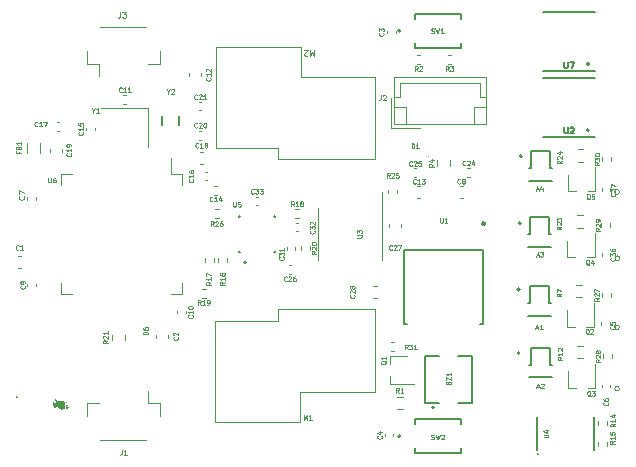
<source format=gbr>
%TF.GenerationSoftware,KiCad,Pcbnew,6.0.7-f9a2dced07~116~ubuntu20.04.1*%
%TF.CreationDate,2022-10-11T23:17:13+05:30*%
%TF.ProjectId,mushak_pcb,6d757368-616b-45f7-9063-622e6b696361,rev?*%
%TF.SameCoordinates,Original*%
%TF.FileFunction,Legend,Top*%
%TF.FilePolarity,Positive*%
%FSLAX46Y46*%
G04 Gerber Fmt 4.6, Leading zero omitted, Abs format (unit mm)*
G04 Created by KiCad (PCBNEW 6.0.7-f9a2dced07~116~ubuntu20.04.1) date 2022-10-11 23:17:13*
%MOMM*%
%LPD*%
G01*
G04 APERTURE LIST*
%ADD10C,0.100000*%
%ADD11C,0.012500*%
%ADD12C,0.128249*%
%ADD13C,0.120000*%
%ADD14C,0.127000*%
%ADD15C,0.200000*%
%ADD16C,0.240000*%
G04 APERTURE END LIST*
D10*
%TO.C,R26*%
X170342857Y-96330952D02*
X170209523Y-96140476D01*
X170114285Y-96330952D02*
X170114285Y-95930952D01*
X170266666Y-95930952D01*
X170304761Y-95950000D01*
X170323809Y-95969047D01*
X170342857Y-96007142D01*
X170342857Y-96064285D01*
X170323809Y-96102380D01*
X170304761Y-96121428D01*
X170266666Y-96140476D01*
X170114285Y-96140476D01*
X170495238Y-95969047D02*
X170514285Y-95950000D01*
X170552380Y-95930952D01*
X170647619Y-95930952D01*
X170685714Y-95950000D01*
X170704761Y-95969047D01*
X170723809Y-96007142D01*
X170723809Y-96045238D01*
X170704761Y-96102380D01*
X170476190Y-96330952D01*
X170723809Y-96330952D01*
X171066666Y-95930952D02*
X170990476Y-95930952D01*
X170952380Y-95950000D01*
X170933333Y-95969047D01*
X170895238Y-96026190D01*
X170876190Y-96102380D01*
X170876190Y-96254761D01*
X170895238Y-96292857D01*
X170914285Y-96311904D01*
X170952380Y-96330952D01*
X171028571Y-96330952D01*
X171066666Y-96311904D01*
X171085714Y-96292857D01*
X171104761Y-96254761D01*
X171104761Y-96159523D01*
X171085714Y-96121428D01*
X171066666Y-96102380D01*
X171028571Y-96083333D01*
X170952380Y-96083333D01*
X170914285Y-96102380D01*
X170895238Y-96121428D01*
X170876190Y-96159523D01*
%TO.C,C6*%
X203692857Y-111266666D02*
X203711904Y-111285714D01*
X203730952Y-111342857D01*
X203730952Y-111380952D01*
X203711904Y-111438095D01*
X203673809Y-111476190D01*
X203635714Y-111495238D01*
X203559523Y-111514285D01*
X203502380Y-111514285D01*
X203426190Y-111495238D01*
X203388095Y-111476190D01*
X203350000Y-111438095D01*
X203330952Y-111380952D01*
X203330952Y-111342857D01*
X203350000Y-111285714D01*
X203369047Y-111266666D01*
X203330952Y-110923809D02*
X203330952Y-111000000D01*
X203350000Y-111038095D01*
X203369047Y-111057142D01*
X203426190Y-111095238D01*
X203502380Y-111114285D01*
X203654761Y-111114285D01*
X203692857Y-111095238D01*
X203711904Y-111076190D01*
X203730952Y-111038095D01*
X203730952Y-110961904D01*
X203711904Y-110923809D01*
X203692857Y-110904761D01*
X203654761Y-110885714D01*
X203559523Y-110885714D01*
X203521428Y-110904761D01*
X203502380Y-110923809D01*
X203483333Y-110961904D01*
X203483333Y-111038095D01*
X203502380Y-111076190D01*
X203521428Y-111095238D01*
X203559523Y-111114285D01*
%TO.C,R15*%
X204280952Y-114507142D02*
X204090476Y-114640476D01*
X204280952Y-114735714D02*
X203880952Y-114735714D01*
X203880952Y-114583333D01*
X203900000Y-114545238D01*
X203919047Y-114526190D01*
X203957142Y-114507142D01*
X204014285Y-114507142D01*
X204052380Y-114526190D01*
X204071428Y-114545238D01*
X204090476Y-114583333D01*
X204090476Y-114735714D01*
X204280952Y-114126190D02*
X204280952Y-114354761D01*
X204280952Y-114240476D02*
X203880952Y-114240476D01*
X203938095Y-114278571D01*
X203976190Y-114316666D01*
X203995238Y-114354761D01*
X203880952Y-113764285D02*
X203880952Y-113954761D01*
X204071428Y-113973809D01*
X204052380Y-113954761D01*
X204033333Y-113916666D01*
X204033333Y-113821428D01*
X204052380Y-113783333D01*
X204071428Y-113764285D01*
X204109523Y-113745238D01*
X204204761Y-113745238D01*
X204242857Y-113764285D01*
X204261904Y-113783333D01*
X204280952Y-113821428D01*
X204280952Y-113916666D01*
X204261904Y-113954761D01*
X204242857Y-113973809D01*
%TO.C,C11*%
X162542857Y-84942857D02*
X162523809Y-84961904D01*
X162466666Y-84980952D01*
X162428571Y-84980952D01*
X162371428Y-84961904D01*
X162333333Y-84923809D01*
X162314285Y-84885714D01*
X162295238Y-84809523D01*
X162295238Y-84752380D01*
X162314285Y-84676190D01*
X162333333Y-84638095D01*
X162371428Y-84600000D01*
X162428571Y-84580952D01*
X162466666Y-84580952D01*
X162523809Y-84600000D01*
X162542857Y-84619047D01*
X162923809Y-84980952D02*
X162695238Y-84980952D01*
X162809523Y-84980952D02*
X162809523Y-84580952D01*
X162771428Y-84638095D01*
X162733333Y-84676190D01*
X162695238Y-84695238D01*
X163304761Y-84980952D02*
X163076190Y-84980952D01*
X163190476Y-84980952D02*
X163190476Y-84580952D01*
X163152380Y-84638095D01*
X163114285Y-84676190D01*
X163076190Y-84695238D01*
%TO.C,C2*%
X167292857Y-105716666D02*
X167311904Y-105735714D01*
X167330952Y-105792857D01*
X167330952Y-105830952D01*
X167311904Y-105888095D01*
X167273809Y-105926190D01*
X167235714Y-105945238D01*
X167159523Y-105964285D01*
X167102380Y-105964285D01*
X167026190Y-105945238D01*
X166988095Y-105926190D01*
X166950000Y-105888095D01*
X166930952Y-105830952D01*
X166930952Y-105792857D01*
X166950000Y-105735714D01*
X166969047Y-105716666D01*
X166969047Y-105564285D02*
X166950000Y-105545238D01*
X166930952Y-105507142D01*
X166930952Y-105411904D01*
X166950000Y-105373809D01*
X166969047Y-105354761D01*
X167007142Y-105335714D01*
X167045238Y-105335714D01*
X167102380Y-105354761D01*
X167330952Y-105583333D01*
X167330952Y-105335714D01*
%TO.C,Y2*%
X166509523Y-84940476D02*
X166509523Y-85130952D01*
X166376190Y-84730952D02*
X166509523Y-84940476D01*
X166642857Y-84730952D01*
X166757142Y-84769047D02*
X166776190Y-84750000D01*
X166814285Y-84730952D01*
X166909523Y-84730952D01*
X166947619Y-84750000D01*
X166966666Y-84769047D01*
X166985714Y-84807142D01*
X166985714Y-84845238D01*
X166966666Y-84902380D01*
X166738095Y-85130952D01*
X166985714Y-85130952D01*
%TO.C,R12*%
X199855952Y-107432142D02*
X199665476Y-107565476D01*
X199855952Y-107660714D02*
X199455952Y-107660714D01*
X199455952Y-107508333D01*
X199475000Y-107470238D01*
X199494047Y-107451190D01*
X199532142Y-107432142D01*
X199589285Y-107432142D01*
X199627380Y-107451190D01*
X199646428Y-107470238D01*
X199665476Y-107508333D01*
X199665476Y-107660714D01*
X199855952Y-107051190D02*
X199855952Y-107279761D01*
X199855952Y-107165476D02*
X199455952Y-107165476D01*
X199513095Y-107203571D01*
X199551190Y-107241666D01*
X199570238Y-107279761D01*
X199494047Y-106898809D02*
X199475000Y-106879761D01*
X199455952Y-106841666D01*
X199455952Y-106746428D01*
X199475000Y-106708333D01*
X199494047Y-106689285D01*
X199532142Y-106670238D01*
X199570238Y-106670238D01*
X199627380Y-106689285D01*
X199855952Y-106917857D01*
X199855952Y-106670238D01*
%TO.C,R20*%
X179030952Y-98457142D02*
X178840476Y-98590476D01*
X179030952Y-98685714D02*
X178630952Y-98685714D01*
X178630952Y-98533333D01*
X178650000Y-98495238D01*
X178669047Y-98476190D01*
X178707142Y-98457142D01*
X178764285Y-98457142D01*
X178802380Y-98476190D01*
X178821428Y-98495238D01*
X178840476Y-98533333D01*
X178840476Y-98685714D01*
X178669047Y-98304761D02*
X178650000Y-98285714D01*
X178630952Y-98247619D01*
X178630952Y-98152380D01*
X178650000Y-98114285D01*
X178669047Y-98095238D01*
X178707142Y-98076190D01*
X178745238Y-98076190D01*
X178802380Y-98095238D01*
X179030952Y-98323809D01*
X179030952Y-98076190D01*
X178630952Y-97828571D02*
X178630952Y-97790476D01*
X178650000Y-97752380D01*
X178669047Y-97733333D01*
X178707142Y-97714285D01*
X178783333Y-97695238D01*
X178878571Y-97695238D01*
X178954761Y-97714285D01*
X178992857Y-97733333D01*
X179011904Y-97752380D01*
X179030952Y-97790476D01*
X179030952Y-97828571D01*
X179011904Y-97866666D01*
X178992857Y-97885714D01*
X178954761Y-97904761D01*
X178878571Y-97923809D01*
X178783333Y-97923809D01*
X178707142Y-97904761D01*
X178669047Y-97885714D01*
X178650000Y-97866666D01*
X178630952Y-97828571D01*
%TO.C,SW2*%
X188766666Y-114361904D02*
X188823809Y-114380952D01*
X188919047Y-114380952D01*
X188957142Y-114361904D01*
X188976190Y-114342857D01*
X188995238Y-114304761D01*
X188995238Y-114266666D01*
X188976190Y-114228571D01*
X188957142Y-114209523D01*
X188919047Y-114190476D01*
X188842857Y-114171428D01*
X188804761Y-114152380D01*
X188785714Y-114133333D01*
X188766666Y-114095238D01*
X188766666Y-114057142D01*
X188785714Y-114019047D01*
X188804761Y-114000000D01*
X188842857Y-113980952D01*
X188938095Y-113980952D01*
X188995238Y-114000000D01*
X189128571Y-113980952D02*
X189223809Y-114380952D01*
X189300000Y-114095238D01*
X189376190Y-114380952D01*
X189471428Y-113980952D01*
X189604761Y-114019047D02*
X189623809Y-114000000D01*
X189661904Y-113980952D01*
X189757142Y-113980952D01*
X189795238Y-114000000D01*
X189814285Y-114019047D01*
X189833333Y-114057142D01*
X189833333Y-114095238D01*
X189814285Y-114152380D01*
X189585714Y-114380952D01*
X189833333Y-114380952D01*
%TO.C,C9*%
X154342857Y-101366666D02*
X154361904Y-101385714D01*
X154380952Y-101442857D01*
X154380952Y-101480952D01*
X154361904Y-101538095D01*
X154323809Y-101576190D01*
X154285714Y-101595238D01*
X154209523Y-101614285D01*
X154152380Y-101614285D01*
X154076190Y-101595238D01*
X154038095Y-101576190D01*
X154000000Y-101538095D01*
X153980952Y-101480952D01*
X153980952Y-101442857D01*
X154000000Y-101385714D01*
X154019047Y-101366666D01*
X154380952Y-101176190D02*
X154380952Y-101100000D01*
X154361904Y-101061904D01*
X154342857Y-101042857D01*
X154285714Y-101004761D01*
X154209523Y-100985714D01*
X154057142Y-100985714D01*
X154019047Y-101004761D01*
X154000000Y-101023809D01*
X153980952Y-101061904D01*
X153980952Y-101138095D01*
X154000000Y-101176190D01*
X154019047Y-101195238D01*
X154057142Y-101214285D01*
X154152380Y-101214285D01*
X154190476Y-101195238D01*
X154209523Y-101176190D01*
X154228571Y-101138095D01*
X154228571Y-101061904D01*
X154209523Y-101023809D01*
X154190476Y-101004761D01*
X154152380Y-100985714D01*
%TO.C,C8*%
X191233333Y-92692857D02*
X191214285Y-92711904D01*
X191157142Y-92730952D01*
X191119047Y-92730952D01*
X191061904Y-92711904D01*
X191023809Y-92673809D01*
X191004761Y-92635714D01*
X190985714Y-92559523D01*
X190985714Y-92502380D01*
X191004761Y-92426190D01*
X191023809Y-92388095D01*
X191061904Y-92350000D01*
X191119047Y-92330952D01*
X191157142Y-92330952D01*
X191214285Y-92350000D01*
X191233333Y-92369047D01*
X191461904Y-92502380D02*
X191423809Y-92483333D01*
X191404761Y-92464285D01*
X191385714Y-92426190D01*
X191385714Y-92407142D01*
X191404761Y-92369047D01*
X191423809Y-92350000D01*
X191461904Y-92330952D01*
X191538095Y-92330952D01*
X191576190Y-92350000D01*
X191595238Y-92369047D01*
X191614285Y-92407142D01*
X191614285Y-92426190D01*
X191595238Y-92464285D01*
X191576190Y-92483333D01*
X191538095Y-92502380D01*
X191461904Y-92502380D01*
X191423809Y-92521428D01*
X191404761Y-92540476D01*
X191385714Y-92578571D01*
X191385714Y-92654761D01*
X191404761Y-92692857D01*
X191423809Y-92711904D01*
X191461904Y-92730952D01*
X191538095Y-92730952D01*
X191576190Y-92711904D01*
X191595238Y-92692857D01*
X191614285Y-92654761D01*
X191614285Y-92578571D01*
X191595238Y-92540476D01*
X191576190Y-92521428D01*
X191538095Y-92502380D01*
%TO.C,Q1*%
X184944047Y-107738095D02*
X184925000Y-107776190D01*
X184886904Y-107814285D01*
X184829761Y-107871428D01*
X184810714Y-107909523D01*
X184810714Y-107947619D01*
X184905952Y-107928571D02*
X184886904Y-107966666D01*
X184848809Y-108004761D01*
X184772619Y-108023809D01*
X184639285Y-108023809D01*
X184563095Y-108004761D01*
X184525000Y-107966666D01*
X184505952Y-107928571D01*
X184505952Y-107852380D01*
X184525000Y-107814285D01*
X184563095Y-107776190D01*
X184639285Y-107757142D01*
X184772619Y-107757142D01*
X184848809Y-107776190D01*
X184886904Y-107814285D01*
X184905952Y-107852380D01*
X184905952Y-107928571D01*
X184905952Y-107376190D02*
X184905952Y-107604761D01*
X184905952Y-107490476D02*
X184505952Y-107490476D01*
X184563095Y-107528571D01*
X184601190Y-107566666D01*
X184620238Y-107604761D01*
%TO.C,C15*%
X159242857Y-88357142D02*
X159261904Y-88376190D01*
X159280952Y-88433333D01*
X159280952Y-88471428D01*
X159261904Y-88528571D01*
X159223809Y-88566666D01*
X159185714Y-88585714D01*
X159109523Y-88604761D01*
X159052380Y-88604761D01*
X158976190Y-88585714D01*
X158938095Y-88566666D01*
X158900000Y-88528571D01*
X158880952Y-88471428D01*
X158880952Y-88433333D01*
X158900000Y-88376190D01*
X158919047Y-88357142D01*
X159280952Y-87976190D02*
X159280952Y-88204761D01*
X159280952Y-88090476D02*
X158880952Y-88090476D01*
X158938095Y-88128571D01*
X158976190Y-88166666D01*
X158995238Y-88204761D01*
X158880952Y-87614285D02*
X158880952Y-87804761D01*
X159071428Y-87823809D01*
X159052380Y-87804761D01*
X159033333Y-87766666D01*
X159033333Y-87671428D01*
X159052380Y-87633333D01*
X159071428Y-87614285D01*
X159109523Y-87595238D01*
X159204761Y-87595238D01*
X159242857Y-87614285D01*
X159261904Y-87633333D01*
X159280952Y-87671428D01*
X159280952Y-87766666D01*
X159261904Y-87804761D01*
X159242857Y-87823809D01*
%TO.C,C37*%
X204317857Y-93532142D02*
X204336904Y-93551190D01*
X204355952Y-93608333D01*
X204355952Y-93646428D01*
X204336904Y-93703571D01*
X204298809Y-93741666D01*
X204260714Y-93760714D01*
X204184523Y-93779761D01*
X204127380Y-93779761D01*
X204051190Y-93760714D01*
X204013095Y-93741666D01*
X203975000Y-93703571D01*
X203955952Y-93646428D01*
X203955952Y-93608333D01*
X203975000Y-93551190D01*
X203994047Y-93532142D01*
X203955952Y-93398809D02*
X203955952Y-93151190D01*
X204108333Y-93284523D01*
X204108333Y-93227380D01*
X204127380Y-93189285D01*
X204146428Y-93170238D01*
X204184523Y-93151190D01*
X204279761Y-93151190D01*
X204317857Y-93170238D01*
X204336904Y-93189285D01*
X204355952Y-93227380D01*
X204355952Y-93341666D01*
X204336904Y-93379761D01*
X204317857Y-93398809D01*
X203955952Y-93017857D02*
X203955952Y-92751190D01*
X204355952Y-92922619D01*
%TO.C,C19*%
X158242857Y-90157142D02*
X158261904Y-90176190D01*
X158280952Y-90233333D01*
X158280952Y-90271428D01*
X158261904Y-90328571D01*
X158223809Y-90366666D01*
X158185714Y-90385714D01*
X158109523Y-90404761D01*
X158052380Y-90404761D01*
X157976190Y-90385714D01*
X157938095Y-90366666D01*
X157900000Y-90328571D01*
X157880952Y-90271428D01*
X157880952Y-90233333D01*
X157900000Y-90176190D01*
X157919047Y-90157142D01*
X158280952Y-89776190D02*
X158280952Y-90004761D01*
X158280952Y-89890476D02*
X157880952Y-89890476D01*
X157938095Y-89928571D01*
X157976190Y-89966666D01*
X157995238Y-90004761D01*
X158280952Y-89585714D02*
X158280952Y-89509523D01*
X158261904Y-89471428D01*
X158242857Y-89452380D01*
X158185714Y-89414285D01*
X158109523Y-89395238D01*
X157957142Y-89395238D01*
X157919047Y-89414285D01*
X157900000Y-89433333D01*
X157880952Y-89471428D01*
X157880952Y-89547619D01*
X157900000Y-89585714D01*
X157919047Y-89604761D01*
X157957142Y-89623809D01*
X158052380Y-89623809D01*
X158090476Y-89604761D01*
X158109523Y-89585714D01*
X158128571Y-89547619D01*
X158128571Y-89471428D01*
X158109523Y-89433333D01*
X158090476Y-89414285D01*
X158052380Y-89395238D01*
%TO.C,R14*%
X204330952Y-113057142D02*
X204140476Y-113190476D01*
X204330952Y-113285714D02*
X203930952Y-113285714D01*
X203930952Y-113133333D01*
X203950000Y-113095238D01*
X203969047Y-113076190D01*
X204007142Y-113057142D01*
X204064285Y-113057142D01*
X204102380Y-113076190D01*
X204121428Y-113095238D01*
X204140476Y-113133333D01*
X204140476Y-113285714D01*
X204330952Y-112676190D02*
X204330952Y-112904761D01*
X204330952Y-112790476D02*
X203930952Y-112790476D01*
X203988095Y-112828571D01*
X204026190Y-112866666D01*
X204045238Y-112904761D01*
X204064285Y-112333333D02*
X204330952Y-112333333D01*
X203911904Y-112428571D02*
X204197619Y-112523809D01*
X204197619Y-112276190D01*
%TO.C,Q3*%
X202261904Y-110719047D02*
X202223809Y-110700000D01*
X202185714Y-110661904D01*
X202128571Y-110604761D01*
X202090476Y-110585714D01*
X202052380Y-110585714D01*
X202071428Y-110680952D02*
X202033333Y-110661904D01*
X201995238Y-110623809D01*
X201976190Y-110547619D01*
X201976190Y-110414285D01*
X201995238Y-110338095D01*
X202033333Y-110300000D01*
X202071428Y-110280952D01*
X202147619Y-110280952D01*
X202185714Y-110300000D01*
X202223809Y-110338095D01*
X202242857Y-110414285D01*
X202242857Y-110547619D01*
X202223809Y-110623809D01*
X202185714Y-110661904D01*
X202147619Y-110680952D01*
X202071428Y-110680952D01*
X202376190Y-110280952D02*
X202623809Y-110280952D01*
X202490476Y-110433333D01*
X202547619Y-110433333D01*
X202585714Y-110452380D01*
X202604761Y-110471428D01*
X202623809Y-110509523D01*
X202623809Y-110604761D01*
X202604761Y-110642857D01*
X202585714Y-110661904D01*
X202547619Y-110680952D01*
X202433333Y-110680952D01*
X202395238Y-110661904D01*
X202376190Y-110642857D01*
%TO.C,R3*%
X190233333Y-83180952D02*
X190100000Y-82990476D01*
X190004761Y-83180952D02*
X190004761Y-82780952D01*
X190157142Y-82780952D01*
X190195238Y-82800000D01*
X190214285Y-82819047D01*
X190233333Y-82857142D01*
X190233333Y-82914285D01*
X190214285Y-82952380D01*
X190195238Y-82971428D01*
X190157142Y-82990476D01*
X190004761Y-82990476D01*
X190366666Y-82780952D02*
X190614285Y-82780952D01*
X190480952Y-82933333D01*
X190538095Y-82933333D01*
X190576190Y-82952380D01*
X190595238Y-82971428D01*
X190614285Y-83009523D01*
X190614285Y-83104761D01*
X190595238Y-83142857D01*
X190576190Y-83161904D01*
X190538095Y-83180952D01*
X190423809Y-83180952D01*
X190385714Y-83161904D01*
X190366666Y-83142857D01*
%TO.C,R2*%
X187633333Y-83180952D02*
X187500000Y-82990476D01*
X187404761Y-83180952D02*
X187404761Y-82780952D01*
X187557142Y-82780952D01*
X187595238Y-82800000D01*
X187614285Y-82819047D01*
X187633333Y-82857142D01*
X187633333Y-82914285D01*
X187614285Y-82952380D01*
X187595238Y-82971428D01*
X187557142Y-82990476D01*
X187404761Y-82990476D01*
X187785714Y-82819047D02*
X187804761Y-82800000D01*
X187842857Y-82780952D01*
X187938095Y-82780952D01*
X187976190Y-82800000D01*
X187995238Y-82819047D01*
X188014285Y-82857142D01*
X188014285Y-82895238D01*
X187995238Y-82952380D01*
X187766666Y-83180952D01*
X188014285Y-83180952D01*
%TO.C,C10*%
X168542857Y-103857142D02*
X168561904Y-103876190D01*
X168580952Y-103933333D01*
X168580952Y-103971428D01*
X168561904Y-104028571D01*
X168523809Y-104066666D01*
X168485714Y-104085714D01*
X168409523Y-104104761D01*
X168352380Y-104104761D01*
X168276190Y-104085714D01*
X168238095Y-104066666D01*
X168200000Y-104028571D01*
X168180952Y-103971428D01*
X168180952Y-103933333D01*
X168200000Y-103876190D01*
X168219047Y-103857142D01*
X168580952Y-103476190D02*
X168580952Y-103704761D01*
X168580952Y-103590476D02*
X168180952Y-103590476D01*
X168238095Y-103628571D01*
X168276190Y-103666666D01*
X168295238Y-103704761D01*
X168180952Y-103228571D02*
X168180952Y-103190476D01*
X168200000Y-103152380D01*
X168219047Y-103133333D01*
X168257142Y-103114285D01*
X168333333Y-103095238D01*
X168428571Y-103095238D01*
X168504761Y-103114285D01*
X168542857Y-103133333D01*
X168561904Y-103152380D01*
X168580952Y-103190476D01*
X168580952Y-103228571D01*
X168561904Y-103266666D01*
X168542857Y-103285714D01*
X168504761Y-103304761D01*
X168428571Y-103323809D01*
X168333333Y-103323809D01*
X168257142Y-103304761D01*
X168219047Y-103285714D01*
X168200000Y-103266666D01*
X168180952Y-103228571D01*
%TO.C,D6*%
X164780952Y-105495238D02*
X164380952Y-105495238D01*
X164380952Y-105400000D01*
X164400000Y-105342857D01*
X164438095Y-105304761D01*
X164476190Y-105285714D01*
X164552380Y-105266666D01*
X164609523Y-105266666D01*
X164685714Y-105285714D01*
X164723809Y-105304761D01*
X164761904Y-105342857D01*
X164780952Y-105400000D01*
X164780952Y-105495238D01*
X164380952Y-104923809D02*
X164380952Y-105000000D01*
X164400000Y-105038095D01*
X164419047Y-105057142D01*
X164476190Y-105095238D01*
X164552380Y-105114285D01*
X164704761Y-105114285D01*
X164742857Y-105095238D01*
X164761904Y-105076190D01*
X164780952Y-105038095D01*
X164780952Y-104961904D01*
X164761904Y-104923809D01*
X164742857Y-104904761D01*
X164704761Y-104885714D01*
X164609523Y-104885714D01*
X164571428Y-104904761D01*
X164552380Y-104923809D01*
X164533333Y-104961904D01*
X164533333Y-105038095D01*
X164552380Y-105076190D01*
X164571428Y-105095238D01*
X164609523Y-105114285D01*
%TO.C,R27*%
X202980952Y-102407142D02*
X202790476Y-102540476D01*
X202980952Y-102635714D02*
X202580952Y-102635714D01*
X202580952Y-102483333D01*
X202600000Y-102445238D01*
X202619047Y-102426190D01*
X202657142Y-102407142D01*
X202714285Y-102407142D01*
X202752380Y-102426190D01*
X202771428Y-102445238D01*
X202790476Y-102483333D01*
X202790476Y-102635714D01*
X202619047Y-102254761D02*
X202600000Y-102235714D01*
X202580952Y-102197619D01*
X202580952Y-102102380D01*
X202600000Y-102064285D01*
X202619047Y-102045238D01*
X202657142Y-102026190D01*
X202695238Y-102026190D01*
X202752380Y-102045238D01*
X202980952Y-102273809D01*
X202980952Y-102026190D01*
X202580952Y-101892857D02*
X202580952Y-101626190D01*
X202980952Y-101797619D01*
%TO.C,A4*%
X197659285Y-93212916D02*
X197849761Y-93212916D01*
X197621190Y-93327202D02*
X197754523Y-92927202D01*
X197887857Y-93327202D01*
X198192619Y-93060535D02*
X198192619Y-93327202D01*
X198097380Y-92908154D02*
X198002142Y-93193869D01*
X198249761Y-93193869D01*
%TO.C,C32*%
X178842857Y-96707142D02*
X178861904Y-96726190D01*
X178880952Y-96783333D01*
X178880952Y-96821428D01*
X178861904Y-96878571D01*
X178823809Y-96916666D01*
X178785714Y-96935714D01*
X178709523Y-96954761D01*
X178652380Y-96954761D01*
X178576190Y-96935714D01*
X178538095Y-96916666D01*
X178500000Y-96878571D01*
X178480952Y-96821428D01*
X178480952Y-96783333D01*
X178500000Y-96726190D01*
X178519047Y-96707142D01*
X178480952Y-96573809D02*
X178480952Y-96326190D01*
X178633333Y-96459523D01*
X178633333Y-96402380D01*
X178652380Y-96364285D01*
X178671428Y-96345238D01*
X178709523Y-96326190D01*
X178804761Y-96326190D01*
X178842857Y-96345238D01*
X178861904Y-96364285D01*
X178880952Y-96402380D01*
X178880952Y-96516666D01*
X178861904Y-96554761D01*
X178842857Y-96573809D01*
X178519047Y-96173809D02*
X178500000Y-96154761D01*
X178480952Y-96116666D01*
X178480952Y-96021428D01*
X178500000Y-95983333D01*
X178519047Y-95964285D01*
X178557142Y-95945238D01*
X178595238Y-95945238D01*
X178652380Y-95964285D01*
X178880952Y-96192857D01*
X178880952Y-95945238D01*
%TO.C,C16*%
X168592857Y-92357142D02*
X168611904Y-92376190D01*
X168630952Y-92433333D01*
X168630952Y-92471428D01*
X168611904Y-92528571D01*
X168573809Y-92566666D01*
X168535714Y-92585714D01*
X168459523Y-92604761D01*
X168402380Y-92604761D01*
X168326190Y-92585714D01*
X168288095Y-92566666D01*
X168250000Y-92528571D01*
X168230952Y-92471428D01*
X168230952Y-92433333D01*
X168250000Y-92376190D01*
X168269047Y-92357142D01*
X168630952Y-91976190D02*
X168630952Y-92204761D01*
X168630952Y-92090476D02*
X168230952Y-92090476D01*
X168288095Y-92128571D01*
X168326190Y-92166666D01*
X168345238Y-92204761D01*
X168230952Y-91633333D02*
X168230952Y-91709523D01*
X168250000Y-91747619D01*
X168269047Y-91766666D01*
X168326190Y-91804761D01*
X168402380Y-91823809D01*
X168554761Y-91823809D01*
X168592857Y-91804761D01*
X168611904Y-91785714D01*
X168630952Y-91747619D01*
X168630952Y-91671428D01*
X168611904Y-91633333D01*
X168592857Y-91614285D01*
X168554761Y-91595238D01*
X168459523Y-91595238D01*
X168421428Y-91614285D01*
X168402380Y-91633333D01*
X168383333Y-91671428D01*
X168383333Y-91747619D01*
X168402380Y-91785714D01*
X168421428Y-91804761D01*
X168459523Y-91823809D01*
D11*
%TO.C,G\u002A\u002A\u002A*%
X153620092Y-110791678D02*
X153617711Y-110796440D01*
X153617711Y-110803583D01*
X153620092Y-110810726D01*
X153624853Y-110815488D01*
X153629615Y-110817869D01*
X153639139Y-110820250D01*
X153646282Y-110820250D01*
X153655806Y-110817869D01*
X153660568Y-110815488D01*
X153665330Y-110810726D01*
X153667711Y-110803583D01*
X153667711Y-110798821D01*
X153665330Y-110791678D01*
X153662949Y-110789297D01*
X153646282Y-110789297D01*
X153646282Y-110798821D01*
X153617711Y-110760726D02*
X153629615Y-110760726D01*
X153624853Y-110772631D02*
X153629615Y-110760726D01*
X153624853Y-110748821D01*
X153639139Y-110767869D02*
X153629615Y-110760726D01*
X153639139Y-110753583D01*
X153617711Y-110722631D02*
X153629615Y-110722631D01*
X153624853Y-110734535D02*
X153629615Y-110722631D01*
X153624853Y-110710726D01*
X153639139Y-110729773D02*
X153629615Y-110722631D01*
X153639139Y-110715488D01*
X153617711Y-110684535D02*
X153629615Y-110684535D01*
X153624853Y-110696440D02*
X153629615Y-110684535D01*
X153624853Y-110672631D01*
X153639139Y-110691678D02*
X153629615Y-110684535D01*
X153639139Y-110677392D01*
D10*
%TO.C,J3*%
X162433333Y-78176190D02*
X162433333Y-78533333D01*
X162409523Y-78604761D01*
X162361904Y-78652380D01*
X162290476Y-78676190D01*
X162242857Y-78676190D01*
X162623809Y-78176190D02*
X162933333Y-78176190D01*
X162766666Y-78366666D01*
X162838095Y-78366666D01*
X162885714Y-78390476D01*
X162909523Y-78414285D01*
X162933333Y-78461904D01*
X162933333Y-78580952D01*
X162909523Y-78628571D01*
X162885714Y-78652380D01*
X162838095Y-78676190D01*
X162695238Y-78676190D01*
X162647619Y-78652380D01*
X162623809Y-78628571D01*
%TO.C,R17*%
X170130952Y-101057142D02*
X169940476Y-101190476D01*
X170130952Y-101285714D02*
X169730952Y-101285714D01*
X169730952Y-101133333D01*
X169750000Y-101095238D01*
X169769047Y-101076190D01*
X169807142Y-101057142D01*
X169864285Y-101057142D01*
X169902380Y-101076190D01*
X169921428Y-101095238D01*
X169940476Y-101133333D01*
X169940476Y-101285714D01*
X170130952Y-100676190D02*
X170130952Y-100904761D01*
X170130952Y-100790476D02*
X169730952Y-100790476D01*
X169788095Y-100828571D01*
X169826190Y-100866666D01*
X169845238Y-100904761D01*
X169730952Y-100542857D02*
X169730952Y-100276190D01*
X170130952Y-100447619D01*
%TO.C,Q2*%
X202111904Y-105469047D02*
X202073809Y-105450000D01*
X202035714Y-105411904D01*
X201978571Y-105354761D01*
X201940476Y-105335714D01*
X201902380Y-105335714D01*
X201921428Y-105430952D02*
X201883333Y-105411904D01*
X201845238Y-105373809D01*
X201826190Y-105297619D01*
X201826190Y-105164285D01*
X201845238Y-105088095D01*
X201883333Y-105050000D01*
X201921428Y-105030952D01*
X201997619Y-105030952D01*
X202035714Y-105050000D01*
X202073809Y-105088095D01*
X202092857Y-105164285D01*
X202092857Y-105297619D01*
X202073809Y-105373809D01*
X202035714Y-105411904D01*
X201997619Y-105430952D01*
X201921428Y-105430952D01*
X202245238Y-105069047D02*
X202264285Y-105050000D01*
X202302380Y-105030952D01*
X202397619Y-105030952D01*
X202435714Y-105050000D01*
X202454761Y-105069047D01*
X202473809Y-105107142D01*
X202473809Y-105145238D01*
X202454761Y-105202380D01*
X202226190Y-105430952D01*
X202473809Y-105430952D01*
%TO.C,A2*%
X197714285Y-109941666D02*
X197904761Y-109941666D01*
X197676190Y-110055952D02*
X197809523Y-109655952D01*
X197942857Y-110055952D01*
X198057142Y-109694047D02*
X198076190Y-109675000D01*
X198114285Y-109655952D01*
X198209523Y-109655952D01*
X198247619Y-109675000D01*
X198266666Y-109694047D01*
X198285714Y-109732142D01*
X198285714Y-109770238D01*
X198266666Y-109827380D01*
X198038095Y-110055952D01*
X198285714Y-110055952D01*
%TO.C,R7*%
X199780952Y-102041666D02*
X199590476Y-102175000D01*
X199780952Y-102270238D02*
X199380952Y-102270238D01*
X199380952Y-102117857D01*
X199400000Y-102079761D01*
X199419047Y-102060714D01*
X199457142Y-102041666D01*
X199514285Y-102041666D01*
X199552380Y-102060714D01*
X199571428Y-102079761D01*
X199590476Y-102117857D01*
X199590476Y-102270238D01*
X199380952Y-101908333D02*
X199380952Y-101641666D01*
X199780952Y-101813095D01*
D12*
%TO.C,U7*%
X200034147Y-82419074D02*
X200034147Y-82834355D01*
X200058575Y-82883212D01*
X200083004Y-82907640D01*
X200131860Y-82932068D01*
X200229573Y-82932068D01*
X200278430Y-82907640D01*
X200302858Y-82883212D01*
X200327286Y-82834355D01*
X200327286Y-82419074D01*
X200522713Y-82419074D02*
X200864709Y-82419074D01*
X200644854Y-82932068D01*
D10*
%TO.C,C3*%
X184692857Y-79966666D02*
X184711904Y-79985714D01*
X184730952Y-80042857D01*
X184730952Y-80080952D01*
X184711904Y-80138095D01*
X184673809Y-80176190D01*
X184635714Y-80195238D01*
X184559523Y-80214285D01*
X184502380Y-80214285D01*
X184426190Y-80195238D01*
X184388095Y-80176190D01*
X184350000Y-80138095D01*
X184330952Y-80080952D01*
X184330952Y-80042857D01*
X184350000Y-79985714D01*
X184369047Y-79966666D01*
X184330952Y-79833333D02*
X184330952Y-79585714D01*
X184483333Y-79719047D01*
X184483333Y-79661904D01*
X184502380Y-79623809D01*
X184521428Y-79604761D01*
X184559523Y-79585714D01*
X184654761Y-79585714D01*
X184692857Y-79604761D01*
X184711904Y-79623809D01*
X184730952Y-79661904D01*
X184730952Y-79776190D01*
X184711904Y-79814285D01*
X184692857Y-79833333D01*
%TO.C,Q4*%
X202161904Y-99619047D02*
X202123809Y-99600000D01*
X202085714Y-99561904D01*
X202028571Y-99504761D01*
X201990476Y-99485714D01*
X201952380Y-99485714D01*
X201971428Y-99580952D02*
X201933333Y-99561904D01*
X201895238Y-99523809D01*
X201876190Y-99447619D01*
X201876190Y-99314285D01*
X201895238Y-99238095D01*
X201933333Y-99200000D01*
X201971428Y-99180952D01*
X202047619Y-99180952D01*
X202085714Y-99200000D01*
X202123809Y-99238095D01*
X202142857Y-99314285D01*
X202142857Y-99447619D01*
X202123809Y-99523809D01*
X202085714Y-99561904D01*
X202047619Y-99580952D01*
X201971428Y-99580952D01*
X202485714Y-99314285D02*
X202485714Y-99580952D01*
X202390476Y-99161904D02*
X202295238Y-99447619D01*
X202542857Y-99447619D01*
%TO.C,U6*%
X156345238Y-92230952D02*
X156345238Y-92554761D01*
X156364285Y-92592857D01*
X156383333Y-92611904D01*
X156421428Y-92630952D01*
X156497619Y-92630952D01*
X156535714Y-92611904D01*
X156554761Y-92592857D01*
X156573809Y-92554761D01*
X156573809Y-92230952D01*
X156935714Y-92230952D02*
X156859523Y-92230952D01*
X156821428Y-92250000D01*
X156802380Y-92269047D01*
X156764285Y-92326190D01*
X156745238Y-92402380D01*
X156745238Y-92554761D01*
X156764285Y-92592857D01*
X156783333Y-92611904D01*
X156821428Y-92630952D01*
X156897619Y-92630952D01*
X156935714Y-92611904D01*
X156954761Y-92592857D01*
X156973809Y-92554761D01*
X156973809Y-92459523D01*
X156954761Y-92421428D01*
X156935714Y-92402380D01*
X156897619Y-92383333D01*
X156821428Y-92383333D01*
X156783333Y-92402380D01*
X156764285Y-92421428D01*
X156745238Y-92459523D01*
%TO.C,C21*%
X168942857Y-85542857D02*
X168923809Y-85561904D01*
X168866666Y-85580952D01*
X168828571Y-85580952D01*
X168771428Y-85561904D01*
X168733333Y-85523809D01*
X168714285Y-85485714D01*
X168695238Y-85409523D01*
X168695238Y-85352380D01*
X168714285Y-85276190D01*
X168733333Y-85238095D01*
X168771428Y-85200000D01*
X168828571Y-85180952D01*
X168866666Y-85180952D01*
X168923809Y-85200000D01*
X168942857Y-85219047D01*
X169095238Y-85219047D02*
X169114285Y-85200000D01*
X169152380Y-85180952D01*
X169247619Y-85180952D01*
X169285714Y-85200000D01*
X169304761Y-85219047D01*
X169323809Y-85257142D01*
X169323809Y-85295238D01*
X169304761Y-85352380D01*
X169076190Y-85580952D01*
X169323809Y-85580952D01*
X169704761Y-85580952D02*
X169476190Y-85580952D01*
X169590476Y-85580952D02*
X169590476Y-85180952D01*
X169552380Y-85238095D01*
X169514285Y-85276190D01*
X169476190Y-85295238D01*
%TO.C,C14*%
X170242857Y-94192857D02*
X170223809Y-94211904D01*
X170166666Y-94230952D01*
X170128571Y-94230952D01*
X170071428Y-94211904D01*
X170033333Y-94173809D01*
X170014285Y-94135714D01*
X169995238Y-94059523D01*
X169995238Y-94002380D01*
X170014285Y-93926190D01*
X170033333Y-93888095D01*
X170071428Y-93850000D01*
X170128571Y-93830952D01*
X170166666Y-93830952D01*
X170223809Y-93850000D01*
X170242857Y-93869047D01*
X170623809Y-94230952D02*
X170395238Y-94230952D01*
X170509523Y-94230952D02*
X170509523Y-93830952D01*
X170471428Y-93888095D01*
X170433333Y-93926190D01*
X170395238Y-93945238D01*
X170966666Y-93964285D02*
X170966666Y-94230952D01*
X170871428Y-93811904D02*
X170776190Y-94097619D01*
X171023809Y-94097619D01*
D12*
%TO.C,U2*%
X200034147Y-87969074D02*
X200034147Y-88384355D01*
X200058575Y-88433212D01*
X200083004Y-88457640D01*
X200131860Y-88482068D01*
X200229573Y-88482068D01*
X200278430Y-88457640D01*
X200302858Y-88433212D01*
X200327286Y-88384355D01*
X200327286Y-87969074D01*
X200547141Y-88017931D02*
X200571569Y-87993503D01*
X200620426Y-87969074D01*
X200742567Y-87969074D01*
X200791424Y-87993503D01*
X200815852Y-88017931D01*
X200840280Y-88066787D01*
X200840280Y-88115644D01*
X200815852Y-88188929D01*
X200522713Y-88482068D01*
X200840280Y-88482068D01*
D10*
%TO.C,U4*%
X198280952Y-114204761D02*
X198604761Y-114204761D01*
X198642857Y-114185714D01*
X198661904Y-114166666D01*
X198680952Y-114128571D01*
X198680952Y-114052380D01*
X198661904Y-114014285D01*
X198642857Y-113995238D01*
X198604761Y-113976190D01*
X198280952Y-113976190D01*
X198414285Y-113614285D02*
X198680952Y-113614285D01*
X198261904Y-113709523D02*
X198547619Y-113804761D01*
X198547619Y-113557142D01*
%TO.C,C33*%
X173742857Y-93542857D02*
X173723809Y-93561904D01*
X173666666Y-93580952D01*
X173628571Y-93580952D01*
X173571428Y-93561904D01*
X173533333Y-93523809D01*
X173514285Y-93485714D01*
X173495238Y-93409523D01*
X173495238Y-93352380D01*
X173514285Y-93276190D01*
X173533333Y-93238095D01*
X173571428Y-93200000D01*
X173628571Y-93180952D01*
X173666666Y-93180952D01*
X173723809Y-93200000D01*
X173742857Y-93219047D01*
X173876190Y-93180952D02*
X174123809Y-93180952D01*
X173990476Y-93333333D01*
X174047619Y-93333333D01*
X174085714Y-93352380D01*
X174104761Y-93371428D01*
X174123809Y-93409523D01*
X174123809Y-93504761D01*
X174104761Y-93542857D01*
X174085714Y-93561904D01*
X174047619Y-93580952D01*
X173933333Y-93580952D01*
X173895238Y-93561904D01*
X173876190Y-93542857D01*
X174257142Y-93180952D02*
X174504761Y-93180952D01*
X174371428Y-93333333D01*
X174428571Y-93333333D01*
X174466666Y-93352380D01*
X174485714Y-93371428D01*
X174504761Y-93409523D01*
X174504761Y-93504761D01*
X174485714Y-93542857D01*
X174466666Y-93561904D01*
X174428571Y-93580952D01*
X174314285Y-93580952D01*
X174276190Y-93561904D01*
X174257142Y-93542857D01*
%TO.C,U5*%
X171995238Y-94280952D02*
X171995238Y-94604761D01*
X172014285Y-94642857D01*
X172033333Y-94661904D01*
X172071428Y-94680952D01*
X172147619Y-94680952D01*
X172185714Y-94661904D01*
X172204761Y-94642857D01*
X172223809Y-94604761D01*
X172223809Y-94280952D01*
X172604761Y-94280952D02*
X172414285Y-94280952D01*
X172395238Y-94471428D01*
X172414285Y-94452380D01*
X172452380Y-94433333D01*
X172547619Y-94433333D01*
X172585714Y-94452380D01*
X172604761Y-94471428D01*
X172623809Y-94509523D01*
X172623809Y-94604761D01*
X172604761Y-94642857D01*
X172585714Y-94661904D01*
X172547619Y-94680952D01*
X172452380Y-94680952D01*
X172414285Y-94661904D01*
X172395238Y-94642857D01*
%TO.C,C24*%
X191642857Y-91142857D02*
X191623809Y-91161904D01*
X191566666Y-91180952D01*
X191528571Y-91180952D01*
X191471428Y-91161904D01*
X191433333Y-91123809D01*
X191414285Y-91085714D01*
X191395238Y-91009523D01*
X191395238Y-90952380D01*
X191414285Y-90876190D01*
X191433333Y-90838095D01*
X191471428Y-90800000D01*
X191528571Y-90780952D01*
X191566666Y-90780952D01*
X191623809Y-90800000D01*
X191642857Y-90819047D01*
X191795238Y-90819047D02*
X191814285Y-90800000D01*
X191852380Y-90780952D01*
X191947619Y-90780952D01*
X191985714Y-90800000D01*
X192004761Y-90819047D01*
X192023809Y-90857142D01*
X192023809Y-90895238D01*
X192004761Y-90952380D01*
X191776190Y-91180952D01*
X192023809Y-91180952D01*
X192366666Y-90914285D02*
X192366666Y-91180952D01*
X192271428Y-90761904D02*
X192176190Y-91047619D01*
X192423809Y-91047619D01*
%TO.C,R21*%
X161380952Y-106007142D02*
X161190476Y-106140476D01*
X161380952Y-106235714D02*
X160980952Y-106235714D01*
X160980952Y-106083333D01*
X161000000Y-106045238D01*
X161019047Y-106026190D01*
X161057142Y-106007142D01*
X161114285Y-106007142D01*
X161152380Y-106026190D01*
X161171428Y-106045238D01*
X161190476Y-106083333D01*
X161190476Y-106235714D01*
X161019047Y-105854761D02*
X161000000Y-105835714D01*
X160980952Y-105797619D01*
X160980952Y-105702380D01*
X161000000Y-105664285D01*
X161019047Y-105645238D01*
X161057142Y-105626190D01*
X161095238Y-105626190D01*
X161152380Y-105645238D01*
X161380952Y-105873809D01*
X161380952Y-105626190D01*
X161380952Y-105245238D02*
X161380952Y-105473809D01*
X161380952Y-105359523D02*
X160980952Y-105359523D01*
X161038095Y-105397619D01*
X161076190Y-105435714D01*
X161095238Y-105473809D01*
%TO.C,C12*%
X170042857Y-83757142D02*
X170061904Y-83776190D01*
X170080952Y-83833333D01*
X170080952Y-83871428D01*
X170061904Y-83928571D01*
X170023809Y-83966666D01*
X169985714Y-83985714D01*
X169909523Y-84004761D01*
X169852380Y-84004761D01*
X169776190Y-83985714D01*
X169738095Y-83966666D01*
X169700000Y-83928571D01*
X169680952Y-83871428D01*
X169680952Y-83833333D01*
X169700000Y-83776190D01*
X169719047Y-83757142D01*
X170080952Y-83376190D02*
X170080952Y-83604761D01*
X170080952Y-83490476D02*
X169680952Y-83490476D01*
X169738095Y-83528571D01*
X169776190Y-83566666D01*
X169795238Y-83604761D01*
X169719047Y-83223809D02*
X169700000Y-83204761D01*
X169680952Y-83166666D01*
X169680952Y-83071428D01*
X169700000Y-83033333D01*
X169719047Y-83014285D01*
X169757142Y-82995238D01*
X169795238Y-82995238D01*
X169852380Y-83014285D01*
X170080952Y-83242857D01*
X170080952Y-82995238D01*
%TO.C,C27*%
X185442857Y-98292857D02*
X185423809Y-98311904D01*
X185366666Y-98330952D01*
X185328571Y-98330952D01*
X185271428Y-98311904D01*
X185233333Y-98273809D01*
X185214285Y-98235714D01*
X185195238Y-98159523D01*
X185195238Y-98102380D01*
X185214285Y-98026190D01*
X185233333Y-97988095D01*
X185271428Y-97950000D01*
X185328571Y-97930952D01*
X185366666Y-97930952D01*
X185423809Y-97950000D01*
X185442857Y-97969047D01*
X185595238Y-97969047D02*
X185614285Y-97950000D01*
X185652380Y-97930952D01*
X185747619Y-97930952D01*
X185785714Y-97950000D01*
X185804761Y-97969047D01*
X185823809Y-98007142D01*
X185823809Y-98045238D01*
X185804761Y-98102380D01*
X185576190Y-98330952D01*
X185823809Y-98330952D01*
X185957142Y-97930952D02*
X186223809Y-97930952D01*
X186052380Y-98330952D01*
%TO.C,C4*%
X184542857Y-114066666D02*
X184561904Y-114085714D01*
X184580952Y-114142857D01*
X184580952Y-114180952D01*
X184561904Y-114238095D01*
X184523809Y-114276190D01*
X184485714Y-114295238D01*
X184409523Y-114314285D01*
X184352380Y-114314285D01*
X184276190Y-114295238D01*
X184238095Y-114276190D01*
X184200000Y-114238095D01*
X184180952Y-114180952D01*
X184180952Y-114142857D01*
X184200000Y-114085714D01*
X184219047Y-114066666D01*
X184314285Y-113723809D02*
X184580952Y-113723809D01*
X184161904Y-113819047D02*
X184447619Y-113914285D01*
X184447619Y-113666666D01*
%TO.C,C28*%
X182242857Y-102157142D02*
X182261904Y-102176190D01*
X182280952Y-102233333D01*
X182280952Y-102271428D01*
X182261904Y-102328571D01*
X182223809Y-102366666D01*
X182185714Y-102385714D01*
X182109523Y-102404761D01*
X182052380Y-102404761D01*
X181976190Y-102385714D01*
X181938095Y-102366666D01*
X181900000Y-102328571D01*
X181880952Y-102271428D01*
X181880952Y-102233333D01*
X181900000Y-102176190D01*
X181919047Y-102157142D01*
X181919047Y-102004761D02*
X181900000Y-101985714D01*
X181880952Y-101947619D01*
X181880952Y-101852380D01*
X181900000Y-101814285D01*
X181919047Y-101795238D01*
X181957142Y-101776190D01*
X181995238Y-101776190D01*
X182052380Y-101795238D01*
X182280952Y-102023809D01*
X182280952Y-101776190D01*
X182052380Y-101547619D02*
X182033333Y-101585714D01*
X182014285Y-101604761D01*
X181976190Y-101623809D01*
X181957142Y-101623809D01*
X181919047Y-101604761D01*
X181900000Y-101585714D01*
X181880952Y-101547619D01*
X181880952Y-101471428D01*
X181900000Y-101433333D01*
X181919047Y-101414285D01*
X181957142Y-101395238D01*
X181976190Y-101395238D01*
X182014285Y-101414285D01*
X182033333Y-101433333D01*
X182052380Y-101471428D01*
X182052380Y-101547619D01*
X182071428Y-101585714D01*
X182090476Y-101604761D01*
X182128571Y-101623809D01*
X182204761Y-101623809D01*
X182242857Y-101604761D01*
X182261904Y-101585714D01*
X182280952Y-101547619D01*
X182280952Y-101471428D01*
X182261904Y-101433333D01*
X182242857Y-101414285D01*
X182204761Y-101395238D01*
X182128571Y-101395238D01*
X182090476Y-101414285D01*
X182071428Y-101433333D01*
X182052380Y-101471428D01*
%TO.C,C17*%
X155417857Y-87842857D02*
X155398809Y-87861904D01*
X155341666Y-87880952D01*
X155303571Y-87880952D01*
X155246428Y-87861904D01*
X155208333Y-87823809D01*
X155189285Y-87785714D01*
X155170238Y-87709523D01*
X155170238Y-87652380D01*
X155189285Y-87576190D01*
X155208333Y-87538095D01*
X155246428Y-87500000D01*
X155303571Y-87480952D01*
X155341666Y-87480952D01*
X155398809Y-87500000D01*
X155417857Y-87519047D01*
X155798809Y-87880952D02*
X155570238Y-87880952D01*
X155684523Y-87880952D02*
X155684523Y-87480952D01*
X155646428Y-87538095D01*
X155608333Y-87576190D01*
X155570238Y-87595238D01*
X155932142Y-87480952D02*
X156198809Y-87480952D01*
X156027380Y-87880952D01*
%TO.C,C7*%
X154278571Y-93783333D02*
X154302380Y-93807142D01*
X154326190Y-93878571D01*
X154326190Y-93926190D01*
X154302380Y-93997619D01*
X154254761Y-94045238D01*
X154207142Y-94069047D01*
X154111904Y-94092857D01*
X154040476Y-94092857D01*
X153945238Y-94069047D01*
X153897619Y-94045238D01*
X153850000Y-93997619D01*
X153826190Y-93926190D01*
X153826190Y-93878571D01*
X153850000Y-93807142D01*
X153873809Y-93783333D01*
X153826190Y-93616666D02*
X153826190Y-93283333D01*
X154326190Y-93497619D01*
%TO.C,Q5*%
X202211904Y-94069047D02*
X202173809Y-94050000D01*
X202135714Y-94011904D01*
X202078571Y-93954761D01*
X202040476Y-93935714D01*
X202002380Y-93935714D01*
X202021428Y-94030952D02*
X201983333Y-94011904D01*
X201945238Y-93973809D01*
X201926190Y-93897619D01*
X201926190Y-93764285D01*
X201945238Y-93688095D01*
X201983333Y-93650000D01*
X202021428Y-93630952D01*
X202097619Y-93630952D01*
X202135714Y-93650000D01*
X202173809Y-93688095D01*
X202192857Y-93764285D01*
X202192857Y-93897619D01*
X202173809Y-93973809D01*
X202135714Y-94011904D01*
X202097619Y-94030952D01*
X202021428Y-94030952D01*
X202554761Y-93630952D02*
X202364285Y-93630952D01*
X202345238Y-93821428D01*
X202364285Y-93802380D01*
X202402380Y-93783333D01*
X202497619Y-93783333D01*
X202535714Y-93802380D01*
X202554761Y-93821428D01*
X202573809Y-93859523D01*
X202573809Y-93954761D01*
X202554761Y-93992857D01*
X202535714Y-94011904D01*
X202497619Y-94030952D01*
X202402380Y-94030952D01*
X202364285Y-94011904D01*
X202345238Y-93992857D01*
%TO.C,C25*%
X187142857Y-91192857D02*
X187123809Y-91211904D01*
X187066666Y-91230952D01*
X187028571Y-91230952D01*
X186971428Y-91211904D01*
X186933333Y-91173809D01*
X186914285Y-91135714D01*
X186895238Y-91059523D01*
X186895238Y-91002380D01*
X186914285Y-90926190D01*
X186933333Y-90888095D01*
X186971428Y-90850000D01*
X187028571Y-90830952D01*
X187066666Y-90830952D01*
X187123809Y-90850000D01*
X187142857Y-90869047D01*
X187295238Y-90869047D02*
X187314285Y-90850000D01*
X187352380Y-90830952D01*
X187447619Y-90830952D01*
X187485714Y-90850000D01*
X187504761Y-90869047D01*
X187523809Y-90907142D01*
X187523809Y-90945238D01*
X187504761Y-91002380D01*
X187276190Y-91230952D01*
X187523809Y-91230952D01*
X187885714Y-90830952D02*
X187695238Y-90830952D01*
X187676190Y-91021428D01*
X187695238Y-91002380D01*
X187733333Y-90983333D01*
X187828571Y-90983333D01*
X187866666Y-91002380D01*
X187885714Y-91021428D01*
X187904761Y-91059523D01*
X187904761Y-91154761D01*
X187885714Y-91192857D01*
X187866666Y-91211904D01*
X187828571Y-91230952D01*
X187733333Y-91230952D01*
X187695238Y-91211904D01*
X187676190Y-91192857D01*
%TO.C,C13*%
X187442857Y-92692857D02*
X187423809Y-92711904D01*
X187366666Y-92730952D01*
X187328571Y-92730952D01*
X187271428Y-92711904D01*
X187233333Y-92673809D01*
X187214285Y-92635714D01*
X187195238Y-92559523D01*
X187195238Y-92502380D01*
X187214285Y-92426190D01*
X187233333Y-92388095D01*
X187271428Y-92350000D01*
X187328571Y-92330952D01*
X187366666Y-92330952D01*
X187423809Y-92350000D01*
X187442857Y-92369047D01*
X187823809Y-92730952D02*
X187595238Y-92730952D01*
X187709523Y-92730952D02*
X187709523Y-92330952D01*
X187671428Y-92388095D01*
X187633333Y-92426190D01*
X187595238Y-92445238D01*
X187957142Y-92330952D02*
X188204761Y-92330952D01*
X188071428Y-92483333D01*
X188128571Y-92483333D01*
X188166666Y-92502380D01*
X188185714Y-92521428D01*
X188204761Y-92559523D01*
X188204761Y-92654761D01*
X188185714Y-92692857D01*
X188166666Y-92711904D01*
X188128571Y-92730952D01*
X188014285Y-92730952D01*
X187976190Y-92711904D01*
X187957142Y-92692857D01*
%TO.C,C18*%
X169042857Y-89642857D02*
X169023809Y-89661904D01*
X168966666Y-89680952D01*
X168928571Y-89680952D01*
X168871428Y-89661904D01*
X168833333Y-89623809D01*
X168814285Y-89585714D01*
X168795238Y-89509523D01*
X168795238Y-89452380D01*
X168814285Y-89376190D01*
X168833333Y-89338095D01*
X168871428Y-89300000D01*
X168928571Y-89280952D01*
X168966666Y-89280952D01*
X169023809Y-89300000D01*
X169042857Y-89319047D01*
X169423809Y-89680952D02*
X169195238Y-89680952D01*
X169309523Y-89680952D02*
X169309523Y-89280952D01*
X169271428Y-89338095D01*
X169233333Y-89376190D01*
X169195238Y-89395238D01*
X169652380Y-89452380D02*
X169614285Y-89433333D01*
X169595238Y-89414285D01*
X169576190Y-89376190D01*
X169576190Y-89357142D01*
X169595238Y-89319047D01*
X169614285Y-89300000D01*
X169652380Y-89280952D01*
X169728571Y-89280952D01*
X169766666Y-89300000D01*
X169785714Y-89319047D01*
X169804761Y-89357142D01*
X169804761Y-89376190D01*
X169785714Y-89414285D01*
X169766666Y-89433333D01*
X169728571Y-89452380D01*
X169652380Y-89452380D01*
X169614285Y-89471428D01*
X169595238Y-89490476D01*
X169576190Y-89528571D01*
X169576190Y-89604761D01*
X169595238Y-89642857D01*
X169614285Y-89661904D01*
X169652380Y-89680952D01*
X169728571Y-89680952D01*
X169766666Y-89661904D01*
X169785714Y-89642857D01*
X169804761Y-89604761D01*
X169804761Y-89528571D01*
X169785714Y-89490476D01*
X169766666Y-89471428D01*
X169728571Y-89452380D01*
%TO.C,C20*%
X168942857Y-87942857D02*
X168923809Y-87961904D01*
X168866666Y-87980952D01*
X168828571Y-87980952D01*
X168771428Y-87961904D01*
X168733333Y-87923809D01*
X168714285Y-87885714D01*
X168695238Y-87809523D01*
X168695238Y-87752380D01*
X168714285Y-87676190D01*
X168733333Y-87638095D01*
X168771428Y-87600000D01*
X168828571Y-87580952D01*
X168866666Y-87580952D01*
X168923809Y-87600000D01*
X168942857Y-87619047D01*
X169095238Y-87619047D02*
X169114285Y-87600000D01*
X169152380Y-87580952D01*
X169247619Y-87580952D01*
X169285714Y-87600000D01*
X169304761Y-87619047D01*
X169323809Y-87657142D01*
X169323809Y-87695238D01*
X169304761Y-87752380D01*
X169076190Y-87980952D01*
X169323809Y-87980952D01*
X169571428Y-87580952D02*
X169609523Y-87580952D01*
X169647619Y-87600000D01*
X169666666Y-87619047D01*
X169685714Y-87657142D01*
X169704761Y-87733333D01*
X169704761Y-87828571D01*
X169685714Y-87904761D01*
X169666666Y-87942857D01*
X169647619Y-87961904D01*
X169609523Y-87980952D01*
X169571428Y-87980952D01*
X169533333Y-87961904D01*
X169514285Y-87942857D01*
X169495238Y-87904761D01*
X169476190Y-87828571D01*
X169476190Y-87733333D01*
X169495238Y-87657142D01*
X169514285Y-87619047D01*
X169533333Y-87600000D01*
X169571428Y-87580952D01*
%TO.C,R24*%
X199830952Y-90782142D02*
X199640476Y-90915476D01*
X199830952Y-91010714D02*
X199430952Y-91010714D01*
X199430952Y-90858333D01*
X199450000Y-90820238D01*
X199469047Y-90801190D01*
X199507142Y-90782142D01*
X199564285Y-90782142D01*
X199602380Y-90801190D01*
X199621428Y-90820238D01*
X199640476Y-90858333D01*
X199640476Y-91010714D01*
X199469047Y-90629761D02*
X199450000Y-90610714D01*
X199430952Y-90572619D01*
X199430952Y-90477380D01*
X199450000Y-90439285D01*
X199469047Y-90420238D01*
X199507142Y-90401190D01*
X199545238Y-90401190D01*
X199602380Y-90420238D01*
X199830952Y-90648809D01*
X199830952Y-90401190D01*
X199564285Y-90058333D02*
X199830952Y-90058333D01*
X199411904Y-90153571D02*
X199697619Y-90248809D01*
X199697619Y-90001190D01*
%TO.C,U1*%
X189495238Y-95630952D02*
X189495238Y-95954761D01*
X189514285Y-95992857D01*
X189533333Y-96011904D01*
X189571428Y-96030952D01*
X189647619Y-96030952D01*
X189685714Y-96011904D01*
X189704761Y-95992857D01*
X189723809Y-95954761D01*
X189723809Y-95630952D01*
X190123809Y-96030952D02*
X189895238Y-96030952D01*
X190009523Y-96030952D02*
X190009523Y-95630952D01*
X189971428Y-95688095D01*
X189933333Y-95726190D01*
X189895238Y-95745238D01*
%TO.C,R25*%
X185242857Y-92230952D02*
X185109523Y-92040476D01*
X185014285Y-92230952D02*
X185014285Y-91830952D01*
X185166666Y-91830952D01*
X185204761Y-91850000D01*
X185223809Y-91869047D01*
X185242857Y-91907142D01*
X185242857Y-91964285D01*
X185223809Y-92002380D01*
X185204761Y-92021428D01*
X185166666Y-92040476D01*
X185014285Y-92040476D01*
X185395238Y-91869047D02*
X185414285Y-91850000D01*
X185452380Y-91830952D01*
X185547619Y-91830952D01*
X185585714Y-91850000D01*
X185604761Y-91869047D01*
X185623809Y-91907142D01*
X185623809Y-91945238D01*
X185604761Y-92002380D01*
X185376190Y-92230952D01*
X185623809Y-92230952D01*
X185985714Y-91830952D02*
X185795238Y-91830952D01*
X185776190Y-92021428D01*
X185795238Y-92002380D01*
X185833333Y-91983333D01*
X185928571Y-91983333D01*
X185966666Y-92002380D01*
X185985714Y-92021428D01*
X186004761Y-92059523D01*
X186004761Y-92154761D01*
X185985714Y-92192857D01*
X185966666Y-92211904D01*
X185928571Y-92230952D01*
X185833333Y-92230952D01*
X185795238Y-92211904D01*
X185776190Y-92192857D01*
%TO.C,J2*%
X184516666Y-85230952D02*
X184516666Y-85516666D01*
X184497619Y-85573809D01*
X184459523Y-85611904D01*
X184402380Y-85630952D01*
X184364285Y-85630952D01*
X184688095Y-85269047D02*
X184707142Y-85250000D01*
X184745238Y-85230952D01*
X184840476Y-85230952D01*
X184878571Y-85250000D01*
X184897619Y-85269047D01*
X184916666Y-85307142D01*
X184916666Y-85345238D01*
X184897619Y-85402380D01*
X184669047Y-85630952D01*
X184916666Y-85630952D01*
%TO.C,R28*%
X203080952Y-107607142D02*
X202890476Y-107740476D01*
X203080952Y-107835714D02*
X202680952Y-107835714D01*
X202680952Y-107683333D01*
X202700000Y-107645238D01*
X202719047Y-107626190D01*
X202757142Y-107607142D01*
X202814285Y-107607142D01*
X202852380Y-107626190D01*
X202871428Y-107645238D01*
X202890476Y-107683333D01*
X202890476Y-107835714D01*
X202719047Y-107454761D02*
X202700000Y-107435714D01*
X202680952Y-107397619D01*
X202680952Y-107302380D01*
X202700000Y-107264285D01*
X202719047Y-107245238D01*
X202757142Y-107226190D01*
X202795238Y-107226190D01*
X202852380Y-107245238D01*
X203080952Y-107473809D01*
X203080952Y-107226190D01*
X202852380Y-106997619D02*
X202833333Y-107035714D01*
X202814285Y-107054761D01*
X202776190Y-107073809D01*
X202757142Y-107073809D01*
X202719047Y-107054761D01*
X202700000Y-107035714D01*
X202680952Y-106997619D01*
X202680952Y-106921428D01*
X202700000Y-106883333D01*
X202719047Y-106864285D01*
X202757142Y-106845238D01*
X202776190Y-106845238D01*
X202814285Y-106864285D01*
X202833333Y-106883333D01*
X202852380Y-106921428D01*
X202852380Y-106997619D01*
X202871428Y-107035714D01*
X202890476Y-107054761D01*
X202928571Y-107073809D01*
X203004761Y-107073809D01*
X203042857Y-107054761D01*
X203061904Y-107035714D01*
X203080952Y-106997619D01*
X203080952Y-106921428D01*
X203061904Y-106883333D01*
X203042857Y-106864285D01*
X203004761Y-106845238D01*
X202928571Y-106845238D01*
X202890476Y-106864285D01*
X202871428Y-106883333D01*
X202852380Y-106921428D01*
%TO.C,C1*%
X153833333Y-98292857D02*
X153814285Y-98311904D01*
X153757142Y-98330952D01*
X153719047Y-98330952D01*
X153661904Y-98311904D01*
X153623809Y-98273809D01*
X153604761Y-98235714D01*
X153585714Y-98159523D01*
X153585714Y-98102380D01*
X153604761Y-98026190D01*
X153623809Y-97988095D01*
X153661904Y-97950000D01*
X153719047Y-97930952D01*
X153757142Y-97930952D01*
X153814285Y-97950000D01*
X153833333Y-97969047D01*
X154214285Y-98330952D02*
X153985714Y-98330952D01*
X154100000Y-98330952D02*
X154100000Y-97930952D01*
X154061904Y-97988095D01*
X154023809Y-98026190D01*
X153985714Y-98045238D01*
%TO.C,C5*%
X204267857Y-104816666D02*
X204286904Y-104835714D01*
X204305952Y-104892857D01*
X204305952Y-104930952D01*
X204286904Y-104988095D01*
X204248809Y-105026190D01*
X204210714Y-105045238D01*
X204134523Y-105064285D01*
X204077380Y-105064285D01*
X204001190Y-105045238D01*
X203963095Y-105026190D01*
X203925000Y-104988095D01*
X203905952Y-104930952D01*
X203905952Y-104892857D01*
X203925000Y-104835714D01*
X203944047Y-104816666D01*
X203905952Y-104454761D02*
X203905952Y-104645238D01*
X204096428Y-104664285D01*
X204077380Y-104645238D01*
X204058333Y-104607142D01*
X204058333Y-104511904D01*
X204077380Y-104473809D01*
X204096428Y-104454761D01*
X204134523Y-104435714D01*
X204229761Y-104435714D01*
X204267857Y-104454761D01*
X204286904Y-104473809D01*
X204305952Y-104511904D01*
X204305952Y-104607142D01*
X204286904Y-104645238D01*
X204267857Y-104664285D01*
%TO.C,BZ1*%
X190221428Y-109602380D02*
X190240476Y-109545238D01*
X190259523Y-109526190D01*
X190297619Y-109507142D01*
X190354761Y-109507142D01*
X190392857Y-109526190D01*
X190411904Y-109545238D01*
X190430952Y-109583333D01*
X190430952Y-109735714D01*
X190030952Y-109735714D01*
X190030952Y-109602380D01*
X190050000Y-109564285D01*
X190069047Y-109545238D01*
X190107142Y-109526190D01*
X190145238Y-109526190D01*
X190183333Y-109545238D01*
X190202380Y-109564285D01*
X190221428Y-109602380D01*
X190221428Y-109735714D01*
X190030952Y-109373809D02*
X190030952Y-109107142D01*
X190430952Y-109373809D01*
X190430952Y-109107142D01*
X190430952Y-108745238D02*
X190430952Y-108973809D01*
X190430952Y-108859523D02*
X190030952Y-108859523D01*
X190088095Y-108897619D01*
X190126190Y-108935714D01*
X190145238Y-108973809D01*
%TO.C,FB1*%
X153821428Y-90033333D02*
X153821428Y-90166666D01*
X154030952Y-90166666D02*
X153630952Y-90166666D01*
X153630952Y-89976190D01*
X153821428Y-89690476D02*
X153840476Y-89633333D01*
X153859523Y-89614285D01*
X153897619Y-89595238D01*
X153954761Y-89595238D01*
X153992857Y-89614285D01*
X154011904Y-89633333D01*
X154030952Y-89671428D01*
X154030952Y-89823809D01*
X153630952Y-89823809D01*
X153630952Y-89690476D01*
X153650000Y-89652380D01*
X153669047Y-89633333D01*
X153707142Y-89614285D01*
X153745238Y-89614285D01*
X153783333Y-89633333D01*
X153802380Y-89652380D01*
X153821428Y-89690476D01*
X153821428Y-89823809D01*
X154030952Y-89214285D02*
X154030952Y-89442857D01*
X154030952Y-89328571D02*
X153630952Y-89328571D01*
X153688095Y-89366666D01*
X153726190Y-89404761D01*
X153745238Y-89442857D01*
%TO.C,D1*%
X187104761Y-89730952D02*
X187104761Y-89330952D01*
X187200000Y-89330952D01*
X187257142Y-89350000D01*
X187295238Y-89388095D01*
X187314285Y-89426190D01*
X187333333Y-89502380D01*
X187333333Y-89559523D01*
X187314285Y-89635714D01*
X187295238Y-89673809D01*
X187257142Y-89711904D01*
X187200000Y-89730952D01*
X187104761Y-89730952D01*
X187714285Y-89730952D02*
X187485714Y-89730952D01*
X187600000Y-89730952D02*
X187600000Y-89330952D01*
X187561904Y-89388095D01*
X187523809Y-89426190D01*
X187485714Y-89445238D01*
%TO.C,R4*%
X188980952Y-91066666D02*
X188790476Y-91200000D01*
X188980952Y-91295238D02*
X188580952Y-91295238D01*
X188580952Y-91142857D01*
X188600000Y-91104761D01*
X188619047Y-91085714D01*
X188657142Y-91066666D01*
X188714285Y-91066666D01*
X188752380Y-91085714D01*
X188771428Y-91104761D01*
X188790476Y-91142857D01*
X188790476Y-91295238D01*
X188714285Y-90723809D02*
X188980952Y-90723809D01*
X188561904Y-90819047D02*
X188847619Y-90914285D01*
X188847619Y-90666666D01*
%TO.C,Y1*%
X160159523Y-86540476D02*
X160159523Y-86730952D01*
X160026190Y-86330952D02*
X160159523Y-86540476D01*
X160292857Y-86330952D01*
X160635714Y-86730952D02*
X160407142Y-86730952D01*
X160521428Y-86730952D02*
X160521428Y-86330952D01*
X160483333Y-86388095D01*
X160445238Y-86426190D01*
X160407142Y-86445238D01*
%TO.C,R23*%
X199780952Y-96382142D02*
X199590476Y-96515476D01*
X199780952Y-96610714D02*
X199380952Y-96610714D01*
X199380952Y-96458333D01*
X199400000Y-96420238D01*
X199419047Y-96401190D01*
X199457142Y-96382142D01*
X199514285Y-96382142D01*
X199552380Y-96401190D01*
X199571428Y-96420238D01*
X199590476Y-96458333D01*
X199590476Y-96610714D01*
X199419047Y-96229761D02*
X199400000Y-96210714D01*
X199380952Y-96172619D01*
X199380952Y-96077380D01*
X199400000Y-96039285D01*
X199419047Y-96020238D01*
X199457142Y-96001190D01*
X199495238Y-96001190D01*
X199552380Y-96020238D01*
X199780952Y-96248809D01*
X199780952Y-96001190D01*
X199380952Y-95867857D02*
X199380952Y-95620238D01*
X199533333Y-95753571D01*
X199533333Y-95696428D01*
X199552380Y-95658333D01*
X199571428Y-95639285D01*
X199609523Y-95620238D01*
X199704761Y-95620238D01*
X199742857Y-95639285D01*
X199761904Y-95658333D01*
X199780952Y-95696428D01*
X199780952Y-95810714D01*
X199761904Y-95848809D01*
X199742857Y-95867857D01*
%TO.C,A3*%
X197689285Y-98791666D02*
X197879761Y-98791666D01*
X197651190Y-98905952D02*
X197784523Y-98505952D01*
X197917857Y-98905952D01*
X198013095Y-98505952D02*
X198260714Y-98505952D01*
X198127380Y-98658333D01*
X198184523Y-98658333D01*
X198222619Y-98677380D01*
X198241666Y-98696428D01*
X198260714Y-98734523D01*
X198260714Y-98829761D01*
X198241666Y-98867857D01*
X198222619Y-98886904D01*
X198184523Y-98905952D01*
X198070238Y-98905952D01*
X198032142Y-98886904D01*
X198013095Y-98867857D01*
%TO.C,SW1*%
X188754166Y-79961904D02*
X188811309Y-79980952D01*
X188906547Y-79980952D01*
X188944642Y-79961904D01*
X188963690Y-79942857D01*
X188982738Y-79904761D01*
X188982738Y-79866666D01*
X188963690Y-79828571D01*
X188944642Y-79809523D01*
X188906547Y-79790476D01*
X188830357Y-79771428D01*
X188792261Y-79752380D01*
X188773214Y-79733333D01*
X188754166Y-79695238D01*
X188754166Y-79657142D01*
X188773214Y-79619047D01*
X188792261Y-79600000D01*
X188830357Y-79580952D01*
X188925595Y-79580952D01*
X188982738Y-79600000D01*
X189116071Y-79580952D02*
X189211309Y-79980952D01*
X189287500Y-79695238D01*
X189363690Y-79980952D01*
X189458928Y-79580952D01*
X189820833Y-79980952D02*
X189592261Y-79980952D01*
X189706547Y-79980952D02*
X189706547Y-79580952D01*
X189668452Y-79638095D01*
X189630357Y-79676190D01*
X189592261Y-79695238D01*
%TO.C,M1*%
X177976190Y-112730952D02*
X177976190Y-112330952D01*
X178109523Y-112616666D01*
X178242857Y-112330952D01*
X178242857Y-112730952D01*
X178642857Y-112730952D02*
X178414285Y-112730952D01*
X178528571Y-112730952D02*
X178528571Y-112330952D01*
X178490476Y-112388095D01*
X178452380Y-112426190D01*
X178414285Y-112445238D01*
%TO.C,R18*%
X177142857Y-94630952D02*
X177009523Y-94440476D01*
X176914285Y-94630952D02*
X176914285Y-94230952D01*
X177066666Y-94230952D01*
X177104761Y-94250000D01*
X177123809Y-94269047D01*
X177142857Y-94307142D01*
X177142857Y-94364285D01*
X177123809Y-94402380D01*
X177104761Y-94421428D01*
X177066666Y-94440476D01*
X176914285Y-94440476D01*
X177523809Y-94630952D02*
X177295238Y-94630952D01*
X177409523Y-94630952D02*
X177409523Y-94230952D01*
X177371428Y-94288095D01*
X177333333Y-94326190D01*
X177295238Y-94345238D01*
X177752380Y-94402380D02*
X177714285Y-94383333D01*
X177695238Y-94364285D01*
X177676190Y-94326190D01*
X177676190Y-94307142D01*
X177695238Y-94269047D01*
X177714285Y-94250000D01*
X177752380Y-94230952D01*
X177828571Y-94230952D01*
X177866666Y-94250000D01*
X177885714Y-94269047D01*
X177904761Y-94307142D01*
X177904761Y-94326190D01*
X177885714Y-94364285D01*
X177866666Y-94383333D01*
X177828571Y-94402380D01*
X177752380Y-94402380D01*
X177714285Y-94421428D01*
X177695238Y-94440476D01*
X177676190Y-94478571D01*
X177676190Y-94554761D01*
X177695238Y-94592857D01*
X177714285Y-94611904D01*
X177752380Y-94630952D01*
X177828571Y-94630952D01*
X177866666Y-94611904D01*
X177885714Y-94592857D01*
X177904761Y-94554761D01*
X177904761Y-94478571D01*
X177885714Y-94440476D01*
X177866666Y-94421428D01*
X177828571Y-94402380D01*
%TO.C,A1*%
X197614285Y-104966666D02*
X197804761Y-104966666D01*
X197576190Y-105080952D02*
X197709523Y-104680952D01*
X197842857Y-105080952D01*
X198185714Y-105080952D02*
X197957142Y-105080952D01*
X198071428Y-105080952D02*
X198071428Y-104680952D01*
X198033333Y-104738095D01*
X197995238Y-104776190D01*
X197957142Y-104795238D01*
%TO.C,C36*%
X204292857Y-99007142D02*
X204311904Y-99026190D01*
X204330952Y-99083333D01*
X204330952Y-99121428D01*
X204311904Y-99178571D01*
X204273809Y-99216666D01*
X204235714Y-99235714D01*
X204159523Y-99254761D01*
X204102380Y-99254761D01*
X204026190Y-99235714D01*
X203988095Y-99216666D01*
X203950000Y-99178571D01*
X203930952Y-99121428D01*
X203930952Y-99083333D01*
X203950000Y-99026190D01*
X203969047Y-99007142D01*
X203930952Y-98873809D02*
X203930952Y-98626190D01*
X204083333Y-98759523D01*
X204083333Y-98702380D01*
X204102380Y-98664285D01*
X204121428Y-98645238D01*
X204159523Y-98626190D01*
X204254761Y-98626190D01*
X204292857Y-98645238D01*
X204311904Y-98664285D01*
X204330952Y-98702380D01*
X204330952Y-98816666D01*
X204311904Y-98854761D01*
X204292857Y-98873809D01*
X203930952Y-98283333D02*
X203930952Y-98359523D01*
X203950000Y-98397619D01*
X203969047Y-98416666D01*
X204026190Y-98454761D01*
X204102380Y-98473809D01*
X204254761Y-98473809D01*
X204292857Y-98454761D01*
X204311904Y-98435714D01*
X204330952Y-98397619D01*
X204330952Y-98321428D01*
X204311904Y-98283333D01*
X204292857Y-98264285D01*
X204254761Y-98245238D01*
X204159523Y-98245238D01*
X204121428Y-98264285D01*
X204102380Y-98283333D01*
X204083333Y-98321428D01*
X204083333Y-98397619D01*
X204102380Y-98435714D01*
X204121428Y-98454761D01*
X204159523Y-98473809D01*
%TO.C,R29*%
X203080952Y-96507142D02*
X202890476Y-96640476D01*
X203080952Y-96735714D02*
X202680952Y-96735714D01*
X202680952Y-96583333D01*
X202700000Y-96545238D01*
X202719047Y-96526190D01*
X202757142Y-96507142D01*
X202814285Y-96507142D01*
X202852380Y-96526190D01*
X202871428Y-96545238D01*
X202890476Y-96583333D01*
X202890476Y-96735714D01*
X202719047Y-96354761D02*
X202700000Y-96335714D01*
X202680952Y-96297619D01*
X202680952Y-96202380D01*
X202700000Y-96164285D01*
X202719047Y-96145238D01*
X202757142Y-96126190D01*
X202795238Y-96126190D01*
X202852380Y-96145238D01*
X203080952Y-96373809D01*
X203080952Y-96126190D01*
X203080952Y-95935714D02*
X203080952Y-95859523D01*
X203061904Y-95821428D01*
X203042857Y-95802380D01*
X202985714Y-95764285D01*
X202909523Y-95745238D01*
X202757142Y-95745238D01*
X202719047Y-95764285D01*
X202700000Y-95783333D01*
X202680952Y-95821428D01*
X202680952Y-95897619D01*
X202700000Y-95935714D01*
X202719047Y-95954761D01*
X202757142Y-95973809D01*
X202852380Y-95973809D01*
X202890476Y-95954761D01*
X202909523Y-95935714D01*
X202928571Y-95897619D01*
X202928571Y-95821428D01*
X202909523Y-95783333D01*
X202890476Y-95764285D01*
X202852380Y-95745238D01*
%TO.C,R1*%
X186033333Y-110430952D02*
X185900000Y-110240476D01*
X185804761Y-110430952D02*
X185804761Y-110030952D01*
X185957142Y-110030952D01*
X185995238Y-110050000D01*
X186014285Y-110069047D01*
X186033333Y-110107142D01*
X186033333Y-110164285D01*
X186014285Y-110202380D01*
X185995238Y-110221428D01*
X185957142Y-110240476D01*
X185804761Y-110240476D01*
X186414285Y-110430952D02*
X186185714Y-110430952D01*
X186300000Y-110430952D02*
X186300000Y-110030952D01*
X186261904Y-110088095D01*
X186223809Y-110126190D01*
X186185714Y-110145238D01*
%TO.C,J1*%
X162566666Y-115280952D02*
X162566666Y-115566666D01*
X162547619Y-115623809D01*
X162509523Y-115661904D01*
X162452380Y-115680952D01*
X162414285Y-115680952D01*
X162966666Y-115680952D02*
X162738095Y-115680952D01*
X162852380Y-115680952D02*
X162852380Y-115280952D01*
X162814285Y-115338095D01*
X162776190Y-115376190D01*
X162738095Y-115395238D01*
%TO.C,C26*%
X176542857Y-100942857D02*
X176523809Y-100961904D01*
X176466666Y-100980952D01*
X176428571Y-100980952D01*
X176371428Y-100961904D01*
X176333333Y-100923809D01*
X176314285Y-100885714D01*
X176295238Y-100809523D01*
X176295238Y-100752380D01*
X176314285Y-100676190D01*
X176333333Y-100638095D01*
X176371428Y-100600000D01*
X176428571Y-100580952D01*
X176466666Y-100580952D01*
X176523809Y-100600000D01*
X176542857Y-100619047D01*
X176695238Y-100619047D02*
X176714285Y-100600000D01*
X176752380Y-100580952D01*
X176847619Y-100580952D01*
X176885714Y-100600000D01*
X176904761Y-100619047D01*
X176923809Y-100657142D01*
X176923809Y-100695238D01*
X176904761Y-100752380D01*
X176676190Y-100980952D01*
X176923809Y-100980952D01*
X177266666Y-100580952D02*
X177190476Y-100580952D01*
X177152380Y-100600000D01*
X177133333Y-100619047D01*
X177095238Y-100676190D01*
X177076190Y-100752380D01*
X177076190Y-100904761D01*
X177095238Y-100942857D01*
X177114285Y-100961904D01*
X177152380Y-100980952D01*
X177228571Y-100980952D01*
X177266666Y-100961904D01*
X177285714Y-100942857D01*
X177304761Y-100904761D01*
X177304761Y-100809523D01*
X177285714Y-100771428D01*
X177266666Y-100752380D01*
X177228571Y-100733333D01*
X177152380Y-100733333D01*
X177114285Y-100752380D01*
X177095238Y-100771428D01*
X177076190Y-100809523D01*
%TO.C,C31*%
X176242857Y-98957142D02*
X176261904Y-98976190D01*
X176280952Y-99033333D01*
X176280952Y-99071428D01*
X176261904Y-99128571D01*
X176223809Y-99166666D01*
X176185714Y-99185714D01*
X176109523Y-99204761D01*
X176052380Y-99204761D01*
X175976190Y-99185714D01*
X175938095Y-99166666D01*
X175900000Y-99128571D01*
X175880952Y-99071428D01*
X175880952Y-99033333D01*
X175900000Y-98976190D01*
X175919047Y-98957142D01*
X175880952Y-98823809D02*
X175880952Y-98576190D01*
X176033333Y-98709523D01*
X176033333Y-98652380D01*
X176052380Y-98614285D01*
X176071428Y-98595238D01*
X176109523Y-98576190D01*
X176204761Y-98576190D01*
X176242857Y-98595238D01*
X176261904Y-98614285D01*
X176280952Y-98652380D01*
X176280952Y-98766666D01*
X176261904Y-98804761D01*
X176242857Y-98823809D01*
X176280952Y-98195238D02*
X176280952Y-98423809D01*
X176280952Y-98309523D02*
X175880952Y-98309523D01*
X175938095Y-98347619D01*
X175976190Y-98385714D01*
X175995238Y-98423809D01*
%TO.C,R30*%
X203005952Y-90922142D02*
X202815476Y-91055476D01*
X203005952Y-91150714D02*
X202605952Y-91150714D01*
X202605952Y-90998333D01*
X202625000Y-90960238D01*
X202644047Y-90941190D01*
X202682142Y-90922142D01*
X202739285Y-90922142D01*
X202777380Y-90941190D01*
X202796428Y-90960238D01*
X202815476Y-90998333D01*
X202815476Y-91150714D01*
X202605952Y-90788809D02*
X202605952Y-90541190D01*
X202758333Y-90674523D01*
X202758333Y-90617380D01*
X202777380Y-90579285D01*
X202796428Y-90560238D01*
X202834523Y-90541190D01*
X202929761Y-90541190D01*
X202967857Y-90560238D01*
X202986904Y-90579285D01*
X203005952Y-90617380D01*
X203005952Y-90731666D01*
X202986904Y-90769761D01*
X202967857Y-90788809D01*
X202605952Y-90293571D02*
X202605952Y-90255476D01*
X202625000Y-90217380D01*
X202644047Y-90198333D01*
X202682142Y-90179285D01*
X202758333Y-90160238D01*
X202853571Y-90160238D01*
X202929761Y-90179285D01*
X202967857Y-90198333D01*
X202986904Y-90217380D01*
X203005952Y-90255476D01*
X203005952Y-90293571D01*
X202986904Y-90331666D01*
X202967857Y-90350714D01*
X202929761Y-90369761D01*
X202853571Y-90388809D01*
X202758333Y-90388809D01*
X202682142Y-90369761D01*
X202644047Y-90350714D01*
X202625000Y-90331666D01*
X202605952Y-90293571D01*
%TO.C,R19*%
X169242857Y-102980952D02*
X169109523Y-102790476D01*
X169014285Y-102980952D02*
X169014285Y-102580952D01*
X169166666Y-102580952D01*
X169204761Y-102600000D01*
X169223809Y-102619047D01*
X169242857Y-102657142D01*
X169242857Y-102714285D01*
X169223809Y-102752380D01*
X169204761Y-102771428D01*
X169166666Y-102790476D01*
X169014285Y-102790476D01*
X169623809Y-102980952D02*
X169395238Y-102980952D01*
X169509523Y-102980952D02*
X169509523Y-102580952D01*
X169471428Y-102638095D01*
X169433333Y-102676190D01*
X169395238Y-102695238D01*
X169814285Y-102980952D02*
X169890476Y-102980952D01*
X169928571Y-102961904D01*
X169947619Y-102942857D01*
X169985714Y-102885714D01*
X170004761Y-102809523D01*
X170004761Y-102657142D01*
X169985714Y-102619047D01*
X169966666Y-102600000D01*
X169928571Y-102580952D01*
X169852380Y-102580952D01*
X169814285Y-102600000D01*
X169795238Y-102619047D01*
X169776190Y-102657142D01*
X169776190Y-102752380D01*
X169795238Y-102790476D01*
X169814285Y-102809523D01*
X169852380Y-102828571D01*
X169928571Y-102828571D01*
X169966666Y-102809523D01*
X169985714Y-102790476D01*
X170004761Y-102752380D01*
%TO.C,U3*%
X182480952Y-97304761D02*
X182804761Y-97304761D01*
X182842857Y-97285714D01*
X182861904Y-97266666D01*
X182880952Y-97228571D01*
X182880952Y-97152380D01*
X182861904Y-97114285D01*
X182842857Y-97095238D01*
X182804761Y-97076190D01*
X182480952Y-97076190D01*
X182480952Y-96923809D02*
X182480952Y-96676190D01*
X182633333Y-96809523D01*
X182633333Y-96752380D01*
X182652380Y-96714285D01*
X182671428Y-96695238D01*
X182709523Y-96676190D01*
X182804761Y-96676190D01*
X182842857Y-96695238D01*
X182861904Y-96714285D01*
X182880952Y-96752380D01*
X182880952Y-96866666D01*
X182861904Y-96904761D01*
X182842857Y-96923809D01*
%TO.C,R16*%
X171280952Y-101057142D02*
X171090476Y-101190476D01*
X171280952Y-101285714D02*
X170880952Y-101285714D01*
X170880952Y-101133333D01*
X170900000Y-101095238D01*
X170919047Y-101076190D01*
X170957142Y-101057142D01*
X171014285Y-101057142D01*
X171052380Y-101076190D01*
X171071428Y-101095238D01*
X171090476Y-101133333D01*
X171090476Y-101285714D01*
X171280952Y-100676190D02*
X171280952Y-100904761D01*
X171280952Y-100790476D02*
X170880952Y-100790476D01*
X170938095Y-100828571D01*
X170976190Y-100866666D01*
X170995238Y-100904761D01*
X170880952Y-100333333D02*
X170880952Y-100409523D01*
X170900000Y-100447619D01*
X170919047Y-100466666D01*
X170976190Y-100504761D01*
X171052380Y-100523809D01*
X171204761Y-100523809D01*
X171242857Y-100504761D01*
X171261904Y-100485714D01*
X171280952Y-100447619D01*
X171280952Y-100371428D01*
X171261904Y-100333333D01*
X171242857Y-100314285D01*
X171204761Y-100295238D01*
X171109523Y-100295238D01*
X171071428Y-100314285D01*
X171052380Y-100333333D01*
X171033333Y-100371428D01*
X171033333Y-100447619D01*
X171052380Y-100485714D01*
X171071428Y-100504761D01*
X171109523Y-100523809D01*
%TO.C,R31*%
X186767857Y-106755952D02*
X186634523Y-106565476D01*
X186539285Y-106755952D02*
X186539285Y-106355952D01*
X186691666Y-106355952D01*
X186729761Y-106375000D01*
X186748809Y-106394047D01*
X186767857Y-106432142D01*
X186767857Y-106489285D01*
X186748809Y-106527380D01*
X186729761Y-106546428D01*
X186691666Y-106565476D01*
X186539285Y-106565476D01*
X186901190Y-106355952D02*
X187148809Y-106355952D01*
X187015476Y-106508333D01*
X187072619Y-106508333D01*
X187110714Y-106527380D01*
X187129761Y-106546428D01*
X187148809Y-106584523D01*
X187148809Y-106679761D01*
X187129761Y-106717857D01*
X187110714Y-106736904D01*
X187072619Y-106755952D01*
X186958333Y-106755952D01*
X186920238Y-106736904D01*
X186901190Y-106717857D01*
X187529761Y-106755952D02*
X187301190Y-106755952D01*
X187415476Y-106755952D02*
X187415476Y-106355952D01*
X187377380Y-106413095D01*
X187339285Y-106451190D01*
X187301190Y-106470238D01*
%TO.C,M2*%
X178854761Y-81423809D02*
X178854761Y-81923809D01*
X178688095Y-81566666D01*
X178521428Y-81923809D01*
X178521428Y-81423809D01*
X178307142Y-81876190D02*
X178283333Y-81900000D01*
X178235714Y-81923809D01*
X178116666Y-81923809D01*
X178069047Y-81900000D01*
X178045238Y-81876190D01*
X178021428Y-81828571D01*
X178021428Y-81780952D01*
X178045238Y-81709523D01*
X178330952Y-81423809D01*
X178021428Y-81423809D01*
D13*
%TO.C,R26*%
X170753641Y-95630000D02*
X170446359Y-95630000D01*
X170753641Y-94870000D02*
X170446359Y-94870000D01*
%TO.C,C6*%
X203910000Y-109957836D02*
X203910000Y-109742164D01*
X203190000Y-109957836D02*
X203190000Y-109742164D01*
%TO.C,R15*%
X202870000Y-114646359D02*
X202870000Y-114953641D01*
X203630000Y-114646359D02*
X203630000Y-114953641D01*
%TO.C,C11*%
X162907836Y-85960000D02*
X162692164Y-85960000D01*
X162907836Y-85240000D02*
X162692164Y-85240000D01*
%TO.C,C2*%
X165490000Y-105559420D02*
X165490000Y-105840580D01*
X166510000Y-105559420D02*
X166510000Y-105840580D01*
%TO.C,J8*%
X204750000Y-99050000D02*
G75*
G03*
X204750000Y-99050000I-200000J0D01*
G01*
D14*
%TO.C,Y2*%
X165950000Y-87780000D02*
X165950000Y-87020000D01*
X167450000Y-87780000D02*
X167450000Y-87020000D01*
D13*
%TO.C,R12*%
X201587258Y-107522500D02*
X201112742Y-107522500D01*
X201587258Y-106477500D02*
X201112742Y-106477500D01*
%TO.C,R20*%
X177720000Y-98046359D02*
X177720000Y-98353641D01*
X178480000Y-98046359D02*
X178480000Y-98353641D01*
D14*
%TO.C,SW2*%
X191250000Y-115550000D02*
X187350000Y-115550000D01*
X187350000Y-113086500D02*
X187350000Y-112650000D01*
X191250000Y-115113500D02*
X191250000Y-115550000D01*
X187350000Y-115550000D02*
X187350000Y-115113500D01*
X191250000Y-112650000D02*
X191250000Y-113086500D01*
X187350000Y-112650000D02*
X191250000Y-112650000D01*
D15*
X186150000Y-114100000D02*
G75*
G03*
X186150000Y-114100000I-100000J0D01*
G01*
D13*
%TO.C,J7*%
X204700000Y-110100000D02*
G75*
G03*
X204700000Y-110100000I-200000J0D01*
G01*
%TO.C,C9*%
X154540000Y-101192164D02*
X154540000Y-101407836D01*
X155260000Y-101192164D02*
X155260000Y-101407836D01*
%TO.C,C8*%
X191440580Y-93910000D02*
X191159420Y-93910000D01*
X191440580Y-92890000D02*
X191159420Y-92890000D01*
%TO.C,Q1*%
X186680000Y-107340000D02*
X185270000Y-107340000D01*
X185270000Y-109660000D02*
X187300000Y-109660000D01*
X185270000Y-108000000D02*
X185270000Y-107340000D01*
X185270000Y-109660000D02*
X185270000Y-109000000D01*
%TO.C,C15*%
X159540000Y-88207836D02*
X159540000Y-87992164D01*
X160260000Y-88207836D02*
X160260000Y-87992164D01*
%TO.C,C37*%
X203935000Y-93332836D02*
X203935000Y-93117164D01*
X203215000Y-93332836D02*
X203215000Y-93117164D01*
%TO.C,C19*%
X157510000Y-89759420D02*
X157510000Y-90040580D01*
X156490000Y-89759420D02*
X156490000Y-90040580D01*
%TO.C,R14*%
X203630000Y-113153641D02*
X203630000Y-112846359D01*
X202870000Y-113153641D02*
X202870000Y-112846359D01*
%TO.C,Q3*%
X201000000Y-110030000D02*
X200340000Y-110030000D01*
X202660000Y-110030000D02*
X202000000Y-110030000D01*
X202660000Y-110030000D02*
X202660000Y-108000000D01*
X200340000Y-108620000D02*
X200340000Y-110030000D01*
%TO.C,R3*%
X190146359Y-81820000D02*
X190453641Y-81820000D01*
X190146359Y-82580000D02*
X190453641Y-82580000D01*
%TO.C,R2*%
X187853641Y-81820000D02*
X187546359Y-81820000D01*
X187853641Y-82580000D02*
X187546359Y-82580000D01*
%TO.C,C10*%
X167960000Y-103492164D02*
X167960000Y-103707836D01*
X167240000Y-103492164D02*
X167240000Y-103707836D01*
D10*
%TO.C,D6*%
X163850000Y-106290000D02*
G75*
G03*
X163850000Y-106290000I-50000J0D01*
G01*
D13*
%TO.C,R27*%
X203195000Y-102303641D02*
X203195000Y-101996359D01*
X203955000Y-102303641D02*
X203955000Y-101996359D01*
D14*
%TO.C,A4*%
X198800000Y-91417500D02*
X198980000Y-91417500D01*
X198800000Y-89972500D02*
X198800000Y-91417500D01*
X197200000Y-91417500D02*
X197020000Y-91417500D01*
X197200000Y-89972500D02*
X198800000Y-89972500D01*
X197200000Y-91417500D02*
X197200000Y-89972500D01*
X197020000Y-92482500D02*
X198980000Y-92482500D01*
D15*
X196450000Y-90400000D02*
G75*
G03*
X196450000Y-90400000I-100000J0D01*
G01*
D13*
%TO.C,C32*%
X177507836Y-96040000D02*
X177292164Y-96040000D01*
X177507836Y-96760000D02*
X177292164Y-96760000D01*
%TO.C,J6*%
X204700000Y-104900000D02*
G75*
G03*
X204700000Y-104900000I-200000J0D01*
G01*
%TO.C,C16*%
X169592164Y-91740000D02*
X169807836Y-91740000D01*
X169592164Y-92460000D02*
X169807836Y-92460000D01*
%TO.C,G\u002A\u002A\u002A*%
G36*
X157605953Y-111915424D02*
G01*
X157606372Y-111916641D01*
X157601786Y-111917105D01*
X157597053Y-111916581D01*
X157597619Y-111915424D01*
X157604444Y-111914984D01*
X157605953Y-111915424D01*
G37*
G36*
X157890169Y-111609422D02*
G01*
X157877661Y-111606042D01*
X157866944Y-111602305D01*
X157860777Y-111599276D01*
X157852343Y-111595396D01*
X157852260Y-111595358D01*
X157846076Y-111594298D01*
X157842750Y-111594563D01*
X157840572Y-111596134D01*
X157839300Y-111600176D01*
X157838689Y-111607852D01*
X157838498Y-111620326D01*
X157838483Y-111630692D01*
X157838633Y-111645943D01*
X157839037Y-111658928D01*
X157839629Y-111668068D01*
X157840186Y-111671526D01*
X157841977Y-111672970D01*
X157846562Y-111674049D01*
X157854646Y-111674797D01*
X157866930Y-111675245D01*
X157884116Y-111675427D01*
X157906908Y-111675374D01*
X157920852Y-111675268D01*
X157950499Y-111675166D01*
X157973739Y-111675440D01*
X157990506Y-111676085D01*
X158000734Y-111677101D01*
X158004122Y-111678143D01*
X158008142Y-111679478D01*
X158010625Y-111675507D01*
X158023530Y-111647858D01*
X158041221Y-111624724D01*
X158043724Y-111622631D01*
X158058512Y-111622631D01*
X158060179Y-111624298D01*
X158061846Y-111622631D01*
X158060179Y-111620965D01*
X158058512Y-111622631D01*
X158043724Y-111622631D01*
X158064097Y-111605598D01*
X158067609Y-111603293D01*
X158077846Y-111597146D01*
X158084037Y-111594844D01*
X158087508Y-111596282D01*
X158089584Y-111601355D01*
X158089634Y-111601543D01*
X158090166Y-111610151D01*
X158086009Y-111614042D01*
X158083597Y-111614298D01*
X158078720Y-111615851D01*
X158077959Y-111616798D01*
X158074934Y-111620097D01*
X158068267Y-111626033D01*
X158061750Y-111631417D01*
X158060179Y-111633003D01*
X158047151Y-111646153D01*
X158035876Y-111663546D01*
X158028950Y-111681710D01*
X158027226Y-111694948D01*
X158028594Y-111708750D01*
X158032279Y-111719674D01*
X158037651Y-111726300D01*
X158041740Y-111727631D01*
X158048812Y-111729803D01*
X158051595Y-111731798D01*
X158055551Y-111734293D01*
X158057540Y-111731798D01*
X158061749Y-111728184D01*
X158064791Y-111727631D01*
X158073037Y-111725005D01*
X158077531Y-111718205D01*
X158077820Y-111708852D01*
X158073451Y-111698564D01*
X158073071Y-111698010D01*
X158069654Y-111692002D01*
X158070585Y-111688562D01*
X158072238Y-111687320D01*
X158080197Y-111684561D01*
X158086913Y-111687941D01*
X158089994Y-111691707D01*
X158094665Y-111703954D01*
X158093190Y-111718186D01*
X158090012Y-111726136D01*
X158080927Y-111737924D01*
X158068667Y-111744998D01*
X158054786Y-111747345D01*
X158040836Y-111744953D01*
X158028372Y-111737807D01*
X158019397Y-111726742D01*
X158014746Y-111715700D01*
X158011840Y-111704298D01*
X158010173Y-111692631D01*
X157920161Y-111692631D01*
X157917181Y-111710198D01*
X157915633Y-111724898D01*
X157917318Y-111734512D01*
X157922779Y-111740052D01*
X157932559Y-111742531D01*
X157934615Y-111742715D01*
X157956073Y-111746854D01*
X157973348Y-111755468D01*
X157985932Y-111768087D01*
X157993319Y-111784238D01*
X157995149Y-111799132D01*
X157992599Y-111815581D01*
X157985633Y-111829316D01*
X157975204Y-111839178D01*
X157963777Y-111843441D01*
X157962266Y-111844005D01*
X157958011Y-111844298D01*
X157947940Y-111842405D01*
X157936758Y-111837447D01*
X157925916Y-111830511D01*
X157916865Y-111822681D01*
X157911057Y-111815042D01*
X157909944Y-111808680D01*
X157910033Y-111808426D01*
X157910101Y-111805412D01*
X157908949Y-111805683D01*
X157906463Y-111803989D01*
X157903503Y-111797762D01*
X157900754Y-111789036D01*
X157898897Y-111779844D01*
X157898491Y-111774526D01*
X157897569Y-111768945D01*
X157915443Y-111768945D01*
X157916477Y-111778645D01*
X157920370Y-111789606D01*
X157926590Y-111800593D01*
X157934607Y-111810372D01*
X157943890Y-111817709D01*
X157950929Y-111820750D01*
X157963777Y-111822242D01*
X157972581Y-111818449D01*
X157977422Y-111809304D01*
X157978502Y-111798892D01*
X157977630Y-111788032D01*
X157974079Y-111780332D01*
X157968198Y-111774016D01*
X157956403Y-111765919D01*
X157942150Y-111760233D01*
X157928389Y-111758009D01*
X157924070Y-111758267D01*
X157917797Y-111761741D01*
X157915443Y-111768945D01*
X157897569Y-111768945D01*
X157897017Y-111765607D01*
X157895287Y-111761207D01*
X157893138Y-111758160D01*
X157889835Y-111756880D01*
X157883749Y-111757305D01*
X157873249Y-111759369D01*
X157869450Y-111760199D01*
X157857452Y-111763167D01*
X157850072Y-111765450D01*
X157847814Y-111766148D01*
X157842651Y-111768480D01*
X157840948Y-111772005D01*
X157839727Y-111779896D01*
X157838943Y-111792784D01*
X157838550Y-111811298D01*
X157838483Y-111826373D01*
X157838429Y-111846670D01*
X157838197Y-111861237D01*
X157837690Y-111871009D01*
X157836806Y-111876922D01*
X157835445Y-111879910D01*
X157833508Y-111880911D01*
X157832649Y-111880965D01*
X157831730Y-111880707D01*
X157830914Y-111879686D01*
X157830197Y-111877535D01*
X157829574Y-111873885D01*
X157829038Y-111868368D01*
X157828586Y-111860617D01*
X157828212Y-111850263D01*
X157827911Y-111836939D01*
X157827678Y-111820275D01*
X157827508Y-111799905D01*
X157827396Y-111775459D01*
X157827336Y-111746570D01*
X157827327Y-111720965D01*
X157840150Y-111720965D01*
X157840178Y-111734844D01*
X157841051Y-111743574D01*
X157843953Y-111747982D01*
X157850072Y-111748897D01*
X157860590Y-111747147D01*
X157873488Y-111744270D01*
X157885627Y-111741405D01*
X157892781Y-111738882D01*
X157896492Y-111735685D01*
X157898305Y-111730800D01*
X157898961Y-111727518D01*
X157900363Y-111715502D01*
X157900628Y-111704298D01*
X157900158Y-111692631D01*
X157840150Y-111692631D01*
X157840150Y-111720965D01*
X157827327Y-111720965D01*
X157827324Y-111712871D01*
X157827354Y-111673992D01*
X157827422Y-111629565D01*
X157827515Y-111582958D01*
X157871821Y-111582958D01*
X157874832Y-111586807D01*
X157882609Y-111590511D01*
X157893269Y-111593442D01*
X157904929Y-111594966D01*
X157907936Y-111595055D01*
X157929470Y-111592604D01*
X157946848Y-111585103D01*
X157959877Y-111572658D01*
X157965482Y-111562961D01*
X157969874Y-111549903D01*
X157971563Y-111537207D01*
X157970465Y-111526841D01*
X157967256Y-111521315D01*
X157961413Y-111519288D01*
X157955233Y-111520413D01*
X157951892Y-111524001D01*
X157951832Y-111524655D01*
X157949146Y-111527339D01*
X157947109Y-111527631D01*
X157942124Y-111529125D01*
X157941275Y-111530131D01*
X157938231Y-111532858D01*
X157930739Y-111538470D01*
X157919906Y-111546167D01*
X157906837Y-111555146D01*
X157905992Y-111555717D01*
X157892909Y-111564874D01*
X157882141Y-111573018D01*
X157874758Y-111579294D01*
X157871832Y-111582848D01*
X157871821Y-111582958D01*
X157827515Y-111582958D01*
X157827522Y-111579224D01*
X157827649Y-111522599D01*
X157827650Y-111522168D01*
X157838470Y-111522168D01*
X157838827Y-111536705D01*
X157839705Y-111550423D01*
X157841055Y-111561468D01*
X157842824Y-111567989D01*
X157843124Y-111568465D01*
X157847343Y-111572561D01*
X157852343Y-111573485D01*
X157859334Y-111570909D01*
X157869526Y-111564505D01*
X157876822Y-111559314D01*
X157888604Y-111551067D01*
X157903671Y-111540968D01*
X157919607Y-111530620D01*
X157927662Y-111525532D01*
X157943420Y-111515129D01*
X157953449Y-111506991D01*
X157958094Y-111500640D01*
X157957702Y-111495598D01*
X157952622Y-111491388D01*
X157952506Y-111491325D01*
X157946788Y-111490006D01*
X157936187Y-111489050D01*
X157922088Y-111488448D01*
X157905879Y-111488190D01*
X157888945Y-111488264D01*
X157872675Y-111488660D01*
X157858453Y-111489369D01*
X157847668Y-111490379D01*
X157841704Y-111491680D01*
X157841035Y-111492166D01*
X157839523Y-111498046D01*
X157838685Y-111508664D01*
X157838470Y-111522168D01*
X157827650Y-111522168D01*
X157827655Y-111520132D01*
X157827782Y-111471590D01*
X157827934Y-111424888D01*
X157828107Y-111380462D01*
X157828297Y-111338749D01*
X157828503Y-111300183D01*
X157828720Y-111265201D01*
X157828947Y-111234239D01*
X157829180Y-111207733D01*
X157829417Y-111186118D01*
X157829653Y-111169830D01*
X157829887Y-111159306D01*
X157830115Y-111154981D01*
X157830131Y-111154920D01*
X157833452Y-111152154D01*
X157835126Y-111152617D01*
X157836369Y-111156677D01*
X157837358Y-111166738D01*
X157838057Y-111182136D01*
X157838430Y-111202210D01*
X157838483Y-111214600D01*
X157838607Y-111237446D01*
X157839007Y-111254302D01*
X157839731Y-111265837D01*
X157840823Y-111272725D01*
X157842329Y-111275637D01*
X157842651Y-111275791D01*
X157851253Y-111277544D01*
X157862480Y-111278723D01*
X157873974Y-111279219D01*
X157883380Y-111278925D01*
X157888142Y-111277877D01*
X157890763Y-111275289D01*
X157890687Y-111272631D01*
X157898491Y-111272631D01*
X157900158Y-111274298D01*
X157901825Y-111272631D01*
X157900158Y-111270965D01*
X157898491Y-111272631D01*
X157890687Y-111272631D01*
X157890651Y-111271372D01*
X157887404Y-111264679D01*
X157882029Y-111255965D01*
X157877001Y-111246347D01*
X157875792Y-111237564D01*
X157878285Y-111226951D01*
X157880492Y-111221096D01*
X157889350Y-111207359D01*
X157902754Y-111197463D01*
X157919668Y-111191603D01*
X157939057Y-111189973D01*
X157959884Y-111192768D01*
X157981115Y-111200183D01*
X157984124Y-111201632D01*
X157993460Y-111207127D01*
X157997506Y-111212056D01*
X157997805Y-111215795D01*
X157995165Y-111220954D01*
X157988638Y-111221716D01*
X157981664Y-111220055D01*
X157978648Y-111218193D01*
X157971725Y-111213225D01*
X157959772Y-111209746D01*
X157944327Y-111208082D01*
X157931779Y-111208200D01*
X157918929Y-111209215D01*
X157910693Y-111210937D01*
X157905019Y-111214072D01*
X157900048Y-111219098D01*
X157893148Y-111230887D01*
X157892875Y-111242789D01*
X157898551Y-111254382D01*
X157906694Y-111264094D01*
X157915849Y-111270824D01*
X157927387Y-111275062D01*
X157942680Y-111277298D01*
X157963103Y-111278023D01*
X157964707Y-111278030D01*
X157981986Y-111278297D01*
X157993519Y-111279060D01*
X158000218Y-111280428D01*
X158002993Y-111282511D01*
X158003046Y-111282637D01*
X158002222Y-111288512D01*
X157995028Y-111293291D01*
X157987648Y-111295574D01*
X157978459Y-111297769D01*
X157986815Y-111314256D01*
X157993577Y-111332806D01*
X157995171Y-111348970D01*
X157994213Y-111365174D01*
X157990823Y-111377145D01*
X157984230Y-111387106D01*
X157980585Y-111390965D01*
X157970749Y-111400163D01*
X157962811Y-111405589D01*
X157954231Y-111408448D01*
X157942472Y-111409947D01*
X157940252Y-111410131D01*
X157933535Y-111410390D01*
X157926776Y-111410650D01*
X157916583Y-111409245D01*
X157906434Y-111405374D01*
X157903610Y-111404000D01*
X157885898Y-111392381D01*
X157872248Y-111377815D01*
X157863088Y-111361381D01*
X157858849Y-111344154D01*
X157859439Y-111335169D01*
X157876227Y-111335169D01*
X157877036Y-111352186D01*
X157883803Y-111367894D01*
X157896192Y-111381284D01*
X157904838Y-111387051D01*
X157918244Y-111392121D01*
X157933535Y-111394244D01*
X157947926Y-111393236D01*
X157956218Y-111390441D01*
X157968328Y-111381600D01*
X157975483Y-111369923D01*
X157978364Y-111354138D01*
X157978498Y-111348872D01*
X157977672Y-111335571D01*
X157975543Y-111323056D01*
X157973595Y-111316704D01*
X157968854Y-111306669D01*
X157963691Y-111300164D01*
X157956589Y-111296438D01*
X157946031Y-111294735D01*
X157930498Y-111294301D01*
X157928495Y-111294298D01*
X157912665Y-111294586D01*
X157901849Y-111296004D01*
X157900158Y-111296770D01*
X157894399Y-111299379D01*
X157888669Y-111305542D01*
X157883012Y-111315321D01*
X157881713Y-111317846D01*
X157876227Y-111335169D01*
X157859439Y-111335169D01*
X157859961Y-111327213D01*
X157866796Y-111311716D01*
X157871972Y-111301736D01*
X157871505Y-111295276D01*
X157865364Y-111292294D01*
X157853518Y-111292753D01*
X157852400Y-111292925D01*
X157838483Y-111295150D01*
X157838483Y-111382861D01*
X157838588Y-111406371D01*
X157838882Y-111427635D01*
X157839337Y-111445759D01*
X157839924Y-111459848D01*
X157840616Y-111469011D01*
X157841340Y-111472337D01*
X157845352Y-111472847D01*
X157855067Y-111473327D01*
X157869525Y-111473750D01*
X157887762Y-111474094D01*
X157908815Y-111474333D01*
X157923018Y-111474418D01*
X157947918Y-111474541D01*
X157966940Y-111474729D01*
X157980873Y-111475050D01*
X157990507Y-111475572D01*
X157996631Y-111476362D01*
X158000034Y-111477489D01*
X158001507Y-111479020D01*
X158001837Y-111481022D01*
X158001838Y-111481183D01*
X157998985Y-111486494D01*
X157990506Y-111488383D01*
X157982277Y-111487790D01*
X157979610Y-111489440D01*
X157979185Y-111495788D01*
X157981040Y-111507361D01*
X157984786Y-111523054D01*
X157986558Y-111533978D01*
X157985754Y-111545546D01*
X157983415Y-111556388D01*
X157975224Y-111575751D01*
X157961681Y-111591991D01*
X157943736Y-111604162D01*
X157930152Y-111609445D01*
X157919755Y-111612101D01*
X157911256Y-111612918D01*
X157907936Y-111612559D01*
X157901783Y-111611893D01*
X157890169Y-111609422D01*
G37*
G36*
X157543766Y-111994907D02*
G01*
X157544004Y-112003117D01*
X157544018Y-112005965D01*
X157543871Y-112015695D01*
X157543457Y-112020509D01*
X157542859Y-112019621D01*
X157542706Y-112018539D01*
X157542146Y-112007516D01*
X157542634Y-111995651D01*
X157542679Y-111995206D01*
X157543297Y-111992052D01*
X157543766Y-111994907D01*
G37*
G36*
X157724024Y-111835409D02*
G01*
X157723566Y-111837391D01*
X157721801Y-111837631D01*
X157719057Y-111836412D01*
X157719579Y-111835409D01*
X157723535Y-111835010D01*
X157724024Y-111835409D01*
G37*
G36*
X157751805Y-112075965D02*
G01*
X157750139Y-112077631D01*
X157748472Y-112075965D01*
X157750139Y-112074298D01*
X157751805Y-112075965D01*
G37*
G36*
X157615121Y-111975965D02*
G01*
X157613454Y-111977631D01*
X157611787Y-111975965D01*
X157613454Y-111974298D01*
X157615121Y-111975965D01*
G37*
G36*
X157609267Y-112107280D02*
G01*
X157611030Y-112107867D01*
X157618537Y-112110994D01*
X157621641Y-112113221D01*
X157619801Y-112113783D01*
X157614287Y-112112481D01*
X157606949Y-112109428D01*
X157603529Y-112107166D01*
X157603995Y-112106090D01*
X157609267Y-112107280D01*
G37*
G36*
X157741704Y-112085880D02*
G01*
X157738634Y-112089174D01*
X157737955Y-112089616D01*
X157735674Y-112090009D01*
X157736485Y-112088147D01*
X157739584Y-112084596D01*
X157740334Y-112084298D01*
X157741704Y-112085880D01*
G37*
G36*
X157685130Y-112029298D02*
G01*
X157683463Y-112030965D01*
X157681796Y-112029298D01*
X157683463Y-112027631D01*
X157685130Y-112029298D01*
G37*
G36*
X157758473Y-112069298D02*
G01*
X157756806Y-112070965D01*
X157755139Y-112069298D01*
X157756806Y-112067631D01*
X157758473Y-112069298D01*
G37*
G36*
X157578449Y-112085965D02*
G01*
X157576782Y-112087631D01*
X157575116Y-112085965D01*
X157576782Y-112084298D01*
X157578449Y-112085965D01*
G37*
G36*
X157688464Y-111939298D02*
G01*
X157686797Y-111940965D01*
X157685130Y-111939298D01*
X157686797Y-111937631D01*
X157688464Y-111939298D01*
G37*
G36*
X157632749Y-111965466D02*
G01*
X157634875Y-111966978D01*
X157632896Y-111967368D01*
X157626508Y-111968547D01*
X157622894Y-111969550D01*
X157618677Y-111970714D01*
X157620191Y-111969307D01*
X157622747Y-111967647D01*
X157629349Y-111965221D01*
X157632749Y-111965466D01*
G37*
G36*
X157606270Y-111988056D02*
G01*
X157607036Y-111994487D01*
X157607029Y-111996123D01*
X157606230Y-112003772D01*
X157604584Y-112007540D01*
X157604286Y-112007622D01*
X157602462Y-112004848D01*
X157601841Y-111998473D01*
X157602390Y-111991450D01*
X157604075Y-111986728D01*
X157604529Y-111986330D01*
X157606270Y-111988056D01*
G37*
G36*
X157784858Y-112017631D02*
G01*
X157783284Y-112024747D01*
X157781809Y-112027631D01*
X157779309Y-112030249D01*
X157778994Y-112027826D01*
X157780862Y-112021618D01*
X157781809Y-112019298D01*
X157784083Y-112015541D01*
X157784858Y-112017631D01*
G37*
G36*
X156910588Y-111730639D02*
G01*
X156887617Y-111726557D01*
X156874117Y-111721313D01*
X156852248Y-111708857D01*
X156834337Y-111693138D01*
X156818540Y-111672513D01*
X156817435Y-111670795D01*
X156807610Y-111654285D01*
X156800528Y-111639263D01*
X156795226Y-111623215D01*
X156790742Y-111603621D01*
X156789696Y-111598193D01*
X156786940Y-111580478D01*
X156785938Y-111564299D01*
X156786667Y-111546992D01*
X156789096Y-111525965D01*
X156788835Y-111522202D01*
X156785819Y-111519870D01*
X156778629Y-111518343D01*
X156769570Y-111517342D01*
X156766585Y-111516783D01*
X156885025Y-111516783D01*
X156886362Y-111534799D01*
X156890894Y-111548577D01*
X156899405Y-111560093D01*
X156903859Y-111564298D01*
X156918801Y-111575156D01*
X156932758Y-111580017D01*
X156947102Y-111579121D01*
X156960293Y-111574173D01*
X156970947Y-111566805D01*
X156979078Y-111557044D01*
X156984000Y-111546437D01*
X156985025Y-111536532D01*
X156981467Y-111528875D01*
X156980717Y-111528196D01*
X156972395Y-111524567D01*
X156964812Y-111527023D01*
X156959249Y-111535003D01*
X156958268Y-111538003D01*
X156953034Y-111549022D01*
X156945013Y-111554031D01*
X156936698Y-111553203D01*
X156934411Y-111552975D01*
X156923195Y-111547048D01*
X156918563Y-111542631D01*
X156935032Y-111542631D01*
X156936698Y-111544298D01*
X156938365Y-111542631D01*
X156936698Y-111540965D01*
X156935032Y-111542631D01*
X156918563Y-111542631D01*
X156914917Y-111539155D01*
X156908973Y-111529675D01*
X156908652Y-111528847D01*
X156906756Y-111521940D01*
X156907082Y-111515534D01*
X156910036Y-111507274D01*
X156913684Y-111499535D01*
X156922168Y-111485779D01*
X156934315Y-111470513D01*
X156948221Y-111455888D01*
X156961978Y-111444055D01*
X156964392Y-111442318D01*
X156970271Y-111435422D01*
X156971433Y-111427689D01*
X156968141Y-111421249D01*
X156961448Y-111418299D01*
X156956135Y-111418867D01*
X156949650Y-111422246D01*
X156940901Y-111429170D01*
X156929218Y-111439966D01*
X156914837Y-111454576D01*
X156911700Y-111457763D01*
X156899170Y-111473122D01*
X156890980Y-111487167D01*
X156886482Y-111501025D01*
X156885029Y-111515820D01*
X156885025Y-111516783D01*
X156766585Y-111516783D01*
X156749232Y-111513533D01*
X156731714Y-111506628D01*
X156718316Y-111497287D01*
X156710996Y-111487631D01*
X156705686Y-111469748D01*
X156705335Y-111449796D01*
X156709820Y-111430021D01*
X156714740Y-111419250D01*
X156728404Y-111398433D01*
X156742665Y-111383798D01*
X156758185Y-111374861D01*
X156775627Y-111371139D01*
X156780823Y-111370965D01*
X156788973Y-111370215D01*
X156791098Y-111367265D01*
X156787740Y-111361070D01*
X156786682Y-111359644D01*
X156783186Y-111353319D01*
X156778703Y-111342930D01*
X156774410Y-111331311D01*
X156770469Y-111315394D01*
X156767796Y-111295711D01*
X156766416Y-111274083D01*
X156766355Y-111252335D01*
X156767637Y-111232289D01*
X156770287Y-111215770D01*
X156771370Y-111212253D01*
X156845590Y-111212253D01*
X156846236Y-111223035D01*
X156847928Y-111230340D01*
X156850808Y-111239776D01*
X156853425Y-111246189D01*
X156854376Y-111247551D01*
X156857719Y-111251634D01*
X156860280Y-111255798D01*
X156869566Y-111266292D01*
X156883087Y-111273882D01*
X156898844Y-111278028D01*
X156914837Y-111278188D01*
X156928364Y-111274191D01*
X156945511Y-111262692D01*
X156956925Y-111248203D01*
X156962924Y-111230163D01*
X156963975Y-111210965D01*
X156962653Y-111196438D01*
X156959533Y-111185567D01*
X156954164Y-111175965D01*
X156946345Y-111166837D01*
X156940032Y-111161890D01*
X156937359Y-111159795D01*
X156934294Y-111158247D01*
X156925233Y-111154415D01*
X156918228Y-111151130D01*
X156917980Y-111151000D01*
X156910753Y-111149889D01*
X156899904Y-111151135D01*
X156887838Y-111154249D01*
X156876961Y-111158739D01*
X156875245Y-111159698D01*
X156864556Y-111169161D01*
X156855073Y-111183475D01*
X156848012Y-111200792D01*
X156845590Y-111212253D01*
X156771370Y-111212253D01*
X156772713Y-111207891D01*
X156786020Y-111182838D01*
X156804820Y-111158277D01*
X156827987Y-111135497D01*
X156851567Y-111117631D01*
X156873325Y-111101806D01*
X156888911Y-111087095D01*
X156898627Y-111073026D01*
X156902779Y-111059129D01*
X156901669Y-111044933D01*
X156900675Y-111041496D01*
X156897226Y-111033382D01*
X156892265Y-111029448D01*
X156883390Y-111027631D01*
X156873569Y-111025249D01*
X156869223Y-111020961D01*
X156868927Y-111019868D01*
X156869745Y-111006601D01*
X156870091Y-111005965D01*
X156938365Y-111005965D01*
X156940032Y-111007631D01*
X156941699Y-111005965D01*
X156940032Y-111004298D01*
X156938365Y-111005965D01*
X156870091Y-111005965D01*
X156877087Y-110993100D01*
X156880556Y-110989038D01*
X156885799Y-110983954D01*
X156891085Y-110981033D01*
X156898439Y-110979681D01*
X156909891Y-110979308D01*
X156913890Y-110979298D01*
X156927020Y-110979563D01*
X156935504Y-110980701D01*
X156941353Y-110983231D01*
X156946579Y-110987671D01*
X156946637Y-110987729D01*
X156955442Y-110999454D01*
X156958961Y-111011109D01*
X156956923Y-111021440D01*
X156954672Y-111024716D01*
X156949842Y-111032172D01*
X156951008Y-111037359D01*
X156958481Y-111041227D01*
X156960243Y-111041775D01*
X156991588Y-111052499D01*
X157019174Y-111064895D01*
X157042352Y-111078551D01*
X157060472Y-111093060D01*
X157072882Y-111108009D01*
X157076567Y-111115093D01*
X157081131Y-111131034D01*
X157080232Y-111145740D01*
X157076147Y-111157128D01*
X157071399Y-111164997D01*
X157064236Y-111174206D01*
X157056118Y-111183174D01*
X157048505Y-111190323D01*
X157042858Y-111194072D01*
X157041789Y-111194298D01*
X157038103Y-111197044D01*
X157036717Y-111203401D01*
X157038179Y-111210548D01*
X157038508Y-111211206D01*
X157044606Y-111217123D01*
X157053209Y-111216954D01*
X157064184Y-111210739D01*
X157075362Y-111200644D01*
X157088924Y-111184938D01*
X157098805Y-111169765D01*
X157104270Y-111156370D01*
X157105128Y-111150264D01*
X157105202Y-111142631D01*
X157111721Y-111150965D01*
X157116382Y-111158438D01*
X157118315Y-111164465D01*
X157120388Y-111171206D01*
X157121724Y-111172966D01*
X157123800Y-111177670D01*
X157126293Y-111187128D01*
X157128731Y-111199486D01*
X157129210Y-111202385D01*
X157131636Y-111214831D01*
X157134355Y-111224481D01*
X157136862Y-111229632D01*
X157137380Y-111230011D01*
X157142359Y-111229138D01*
X157149884Y-111225078D01*
X157152397Y-111223304D01*
X157159862Y-111218465D01*
X157171612Y-111211712D01*
X157185919Y-111204008D01*
X157198399Y-111197632D01*
X157212774Y-111190472D01*
X157225358Y-111184192D01*
X157234712Y-111179511D01*
X157239193Y-111177254D01*
X157247594Y-111174691D01*
X157251695Y-111174298D01*
X157257140Y-111173160D01*
X157258407Y-111171568D01*
X157261478Y-111169889D01*
X157269718Y-111167715D01*
X157281670Y-111165288D01*
X157295877Y-111162845D01*
X157310881Y-111160628D01*
X157325224Y-111158874D01*
X157337449Y-111157824D01*
X157343231Y-111157631D01*
X157355004Y-111158152D01*
X157368355Y-111159531D01*
X157381662Y-111161489D01*
X157393301Y-111163750D01*
X157401647Y-111166037D01*
X157405079Y-111168073D01*
X157405093Y-111168191D01*
X157403423Y-111172565D01*
X157399221Y-111180128D01*
X157397096Y-111183536D01*
X157390973Y-111194714D01*
X157386079Y-111206421D01*
X157385428Y-111208465D01*
X157381964Y-111220183D01*
X157378581Y-111231509D01*
X157378423Y-111232035D01*
X157376894Y-111240976D01*
X157375853Y-111254890D01*
X157375295Y-111272102D01*
X157375213Y-111290938D01*
X157375600Y-111309721D01*
X157376450Y-111326778D01*
X157377757Y-111340432D01*
X157378862Y-111346750D01*
X157389690Y-111386170D01*
X157402244Y-111419806D01*
X157416971Y-111448418D01*
X157434315Y-111472765D01*
X157454722Y-111493606D01*
X157473542Y-111508258D01*
X157487134Y-111516785D01*
X157499541Y-111521974D01*
X157513413Y-111524637D01*
X157530110Y-111525559D01*
X157541283Y-111525549D01*
X157547348Y-111524620D01*
X157549850Y-111522295D01*
X157550320Y-111519298D01*
X157548948Y-111511306D01*
X157543485Y-111506149D01*
X157532815Y-111502937D01*
X157529004Y-111502304D01*
X157514367Y-111498994D01*
X157499091Y-111493751D01*
X157485905Y-111487612D01*
X157479670Y-111483572D01*
X157455779Y-111460551D01*
X157435904Y-111432556D01*
X157419938Y-111399403D01*
X157407779Y-111360907D01*
X157406193Y-111354298D01*
X157403050Y-111335804D01*
X157401095Y-111313997D01*
X157400330Y-111290757D01*
X157400757Y-111267961D01*
X157402376Y-111247489D01*
X157405189Y-111231221D01*
X157406092Y-111227991D01*
X157414980Y-111205530D01*
X157426245Y-111186749D01*
X157439124Y-111172754D01*
X157448577Y-111166455D01*
X157455053Y-111163002D01*
X157461767Y-111159217D01*
X157473230Y-111155566D01*
X157489000Y-111154561D01*
X157507378Y-111155952D01*
X157526665Y-111159490D01*
X157545162Y-111164925D01*
X157561170Y-111172010D01*
X157565176Y-111174383D01*
X157577177Y-111182741D01*
X157589438Y-111192312D01*
X157593307Y-111195627D01*
X157601168Y-111201838D01*
X157607237Y-111205234D01*
X157609351Y-111205410D01*
X157610755Y-111201230D01*
X157609905Y-111194162D01*
X157607453Y-111187316D01*
X157604884Y-111184153D01*
X157602276Y-111179248D01*
X157601061Y-111170251D01*
X157601186Y-111159575D01*
X157602597Y-111149635D01*
X157605243Y-111142845D01*
X157605803Y-111142186D01*
X157612810Y-111138444D01*
X157619026Y-111140782D01*
X157623165Y-111148632D01*
X157623476Y-111149989D01*
X157626692Y-111163797D01*
X157630402Y-111176612D01*
X157634083Y-111186902D01*
X157637212Y-111193138D01*
X157638628Y-111194298D01*
X157640118Y-111191233D01*
X157641232Y-111183106D01*
X157641773Y-111171519D01*
X157641796Y-111168465D01*
X157642979Y-111149227D01*
X157646188Y-111134360D01*
X157650926Y-111124210D01*
X157656696Y-111119120D01*
X157663001Y-111119434D01*
X157669345Y-111125498D01*
X157675231Y-111137656D01*
X157677232Y-111143901D01*
X157681303Y-111156765D01*
X157687142Y-111173559D01*
X157693926Y-111192067D01*
X157700832Y-111210076D01*
X157707037Y-111225372D01*
X157710220Y-111232631D01*
X157713838Y-111240982D01*
X157718697Y-111252846D01*
X157723216Y-111264298D01*
X157727388Y-111274855D01*
X157733477Y-111289960D01*
X157740830Y-111308012D01*
X157748796Y-111327408D01*
X157753712Y-111339298D01*
X157762897Y-111361486D01*
X157769700Y-111378263D01*
X157774274Y-111390385D01*
X157776769Y-111398608D01*
X157777340Y-111403689D01*
X157776137Y-111406383D01*
X157773313Y-111407446D01*
X157769020Y-111407633D01*
X157767469Y-111407631D01*
X157754431Y-111408684D01*
X157747181Y-111412001D01*
X157745138Y-111417231D01*
X157745927Y-111422693D01*
X157748052Y-111432929D01*
X157751150Y-111446263D01*
X157753472Y-111455635D01*
X157757056Y-111470796D01*
X157759868Y-111484656D01*
X157761525Y-111495227D01*
X157761807Y-111499059D01*
X157762833Y-111507566D01*
X157765287Y-111513111D01*
X157766620Y-111517949D01*
X157767488Y-111529145D01*
X157767880Y-111546402D01*
X157767785Y-111569427D01*
X157767650Y-111577944D01*
X157766496Y-111612390D01*
X157764206Y-111641410D01*
X157760493Y-111666187D01*
X157755070Y-111687909D01*
X157747647Y-111707760D01*
X157737937Y-111726927D01*
X157727266Y-111744178D01*
X157717890Y-111757612D01*
X157707310Y-111771651D01*
X157696887Y-111784584D01*
X157687981Y-111794700D01*
X157683939Y-111798697D01*
X157679402Y-111803978D01*
X157679915Y-111808946D01*
X157681386Y-111811546D01*
X157683538Y-111816058D01*
X157681853Y-111816000D01*
X157674003Y-111814973D01*
X157663331Y-111819475D01*
X157650374Y-111829278D01*
X157650125Y-111829500D01*
X157623663Y-111848799D01*
X157592936Y-111863518D01*
X157558781Y-111873371D01*
X157522032Y-111878073D01*
X157506773Y-111878448D01*
X157483641Y-111877500D01*
X157461653Y-111874598D01*
X157438920Y-111869341D01*
X157413554Y-111861323D01*
X157395185Y-111854603D01*
X157377041Y-111846330D01*
X157355920Y-111834509D01*
X157333563Y-111820301D01*
X157311714Y-111804865D01*
X157292115Y-111789362D01*
X157278410Y-111776881D01*
X157262106Y-111760207D01*
X157246995Y-111743980D01*
X157233752Y-111728993D01*
X157223048Y-111716040D01*
X157215559Y-111705915D01*
X157211957Y-111699412D01*
X157211735Y-111698263D01*
X157209400Y-111694037D01*
X157208811Y-111693743D01*
X157205913Y-111690617D01*
X157200394Y-111683091D01*
X157193105Y-111672455D01*
X157184896Y-111660002D01*
X157176617Y-111647023D01*
X157169120Y-111634808D01*
X157163255Y-111624650D01*
X157163073Y-111624316D01*
X157147012Y-111599370D01*
X157125844Y-111573557D01*
X157100757Y-111548207D01*
X157076934Y-111527777D01*
X157067014Y-111520633D01*
X157060324Y-111518076D01*
X157056337Y-111520575D01*
X157054526Y-111528600D01*
X157054363Y-111542618D01*
X157054543Y-111547708D01*
X157054404Y-111568461D01*
X157052534Y-111589289D01*
X157049223Y-111608209D01*
X157044763Y-111623241D01*
X157042822Y-111627531D01*
X157039583Y-111634705D01*
X157038399Y-111639006D01*
X157036477Y-111644160D01*
X157031543Y-111652733D01*
X157024787Y-111662969D01*
X157017398Y-111673110D01*
X157010565Y-111681401D01*
X157007734Y-111684298D01*
X156982063Y-111705448D01*
X156957514Y-111720167D01*
X156933788Y-111728536D01*
X156932758Y-111728629D01*
X156910588Y-111730639D01*
G37*
G36*
X157561540Y-111949200D02*
G01*
X157561780Y-111950965D01*
X157560561Y-111953709D01*
X157559558Y-111953187D01*
X157559159Y-111949231D01*
X157559558Y-111948743D01*
X157561540Y-111949200D01*
G37*
G36*
X157676114Y-111923397D02*
G01*
X157676796Y-111924298D01*
X157676643Y-111927375D01*
X157675522Y-111927631D01*
X157670809Y-111925199D01*
X157670128Y-111924298D01*
X157670280Y-111921222D01*
X157671401Y-111920965D01*
X157676114Y-111923397D01*
G37*
G36*
X157701799Y-112005965D02*
G01*
X157700132Y-112007631D01*
X157698465Y-112005965D01*
X157700132Y-112004298D01*
X157701799Y-112005965D01*
G37*
G36*
X157685130Y-111932631D02*
G01*
X157683463Y-111934298D01*
X157681796Y-111932631D01*
X157683463Y-111930965D01*
X157685130Y-111932631D01*
G37*
G36*
X157684227Y-112115618D02*
G01*
X157683233Y-112117133D01*
X157679852Y-112117368D01*
X157676294Y-112116554D01*
X157677837Y-112115354D01*
X157683048Y-112114957D01*
X157684227Y-112115618D01*
G37*
G36*
X157768234Y-111885867D02*
G01*
X157768474Y-111887631D01*
X157767254Y-111890375D01*
X157766252Y-111889854D01*
X157765853Y-111885898D01*
X157766252Y-111885409D01*
X157768234Y-111885867D01*
G37*
G36*
X157551779Y-112042631D02*
G01*
X157554279Y-112049699D01*
X157554595Y-112053345D01*
X157552726Y-112052313D01*
X157551779Y-112050965D01*
X157549015Y-112043849D01*
X157548731Y-112040965D01*
X157549683Y-112038971D01*
X157551779Y-112042631D01*
G37*
G36*
X157695099Y-112018635D02*
G01*
X157695131Y-112019101D01*
X157692763Y-112021921D01*
X157691282Y-112022950D01*
X157689001Y-112023343D01*
X157689812Y-112021480D01*
X157693169Y-112017901D01*
X157695099Y-112018635D01*
G37*
G36*
X157784903Y-111925867D02*
G01*
X157785143Y-111927631D01*
X157783923Y-111930375D01*
X157782921Y-111929854D01*
X157782522Y-111925898D01*
X157782921Y-111925409D01*
X157784903Y-111925867D01*
G37*
G36*
X157695251Y-111819398D02*
G01*
X157701799Y-111822631D01*
X157706655Y-111825948D01*
X157706896Y-111827393D01*
X157706800Y-111827395D01*
X157701679Y-111825865D01*
X157695131Y-111822631D01*
X157690275Y-111819315D01*
X157690034Y-111817870D01*
X157690131Y-111817868D01*
X157695251Y-111819398D01*
G37*
G36*
X157578449Y-111932631D02*
G01*
X157576782Y-111934298D01*
X157575116Y-111932631D01*
X157576782Y-111930965D01*
X157578449Y-111932631D01*
G37*
G36*
X157593556Y-112098649D02*
G01*
X157596007Y-112100551D01*
X157598114Y-112103354D01*
X157594773Y-112102654D01*
X157594141Y-112102417D01*
X157590059Y-112099777D01*
X157590029Y-112098275D01*
X157593556Y-112098649D01*
G37*
G36*
X157616873Y-112028678D02*
G01*
X157619288Y-112030540D01*
X157624471Y-112035405D01*
X157624448Y-112037577D01*
X157623863Y-112037631D01*
X157621081Y-112035354D01*
X157618029Y-112031798D01*
X157615146Y-112027850D01*
X157616873Y-112028678D01*
G37*
G36*
X157655126Y-111969298D02*
G01*
X157653459Y-111970965D01*
X157651792Y-111969298D01*
X157653459Y-111967631D01*
X157655126Y-111969298D01*
G37*
G36*
X157561540Y-112062534D02*
G01*
X157561780Y-112064298D01*
X157560561Y-112067042D01*
X157559558Y-112066520D01*
X157559159Y-112062565D01*
X157559558Y-112062076D01*
X157561540Y-112062534D01*
G37*
G36*
X157658413Y-111977631D02*
G01*
X157660216Y-111982343D01*
X157661484Y-111988846D01*
X157661952Y-111994761D01*
X157661357Y-111997706D01*
X157660606Y-111997354D01*
X157659270Y-111993458D01*
X157657542Y-111985707D01*
X157657276Y-111984298D01*
X157656362Y-111977261D01*
X157657393Y-111976303D01*
X157658413Y-111977631D01*
G37*
G36*
X157662627Y-111915424D02*
G01*
X157663046Y-111916641D01*
X157658460Y-111917105D01*
X157653727Y-111916581D01*
X157654293Y-111915424D01*
X157661118Y-111914984D01*
X157662627Y-111915424D01*
G37*
G36*
X157638457Y-111992631D02*
G01*
X157636790Y-111994298D01*
X157635123Y-111992631D01*
X157636790Y-111990965D01*
X157638457Y-111992631D01*
G37*
G36*
X157565253Y-112072519D02*
G01*
X157566310Y-112072912D01*
X157570406Y-112075910D01*
X157572142Y-112079460D01*
X157570523Y-112080965D01*
X157567650Y-112078753D01*
X157565051Y-112075889D01*
X157562619Y-112072275D01*
X157565253Y-112072519D01*
G37*
G36*
X157791165Y-111971842D02*
G01*
X157791161Y-111972631D01*
X157790680Y-111977801D01*
X157789665Y-111977308D01*
X157789500Y-111976735D01*
X157789012Y-111969474D01*
X157789624Y-111966735D01*
X157790718Y-111966624D01*
X157791165Y-111971842D01*
G37*
G36*
X157731675Y-111843527D02*
G01*
X157731803Y-111844495D01*
X157729760Y-111846486D01*
X157728469Y-111845965D01*
X157725289Y-111842969D01*
X157725135Y-111842435D01*
X157727715Y-111841003D01*
X157728469Y-111840965D01*
X157731675Y-111843527D01*
G37*
G36*
X157631790Y-112039298D02*
G01*
X157630123Y-112040965D01*
X157628456Y-112039298D01*
X157630123Y-112037631D01*
X157631790Y-112039298D01*
G37*
G36*
X157647347Y-111912076D02*
G01*
X157646890Y-111914058D01*
X157645125Y-111914298D01*
X157642381Y-111913079D01*
X157642902Y-111912076D01*
X157646859Y-111911677D01*
X157647347Y-111912076D01*
G37*
G36*
X157723862Y-112098581D02*
G01*
X157722674Y-112100855D01*
X157720006Y-112102220D01*
X157713675Y-112104108D01*
X157712413Y-112103333D01*
X157716217Y-112100558D01*
X157721742Y-112098350D01*
X157723862Y-112098581D01*
G37*
G36*
X156917097Y-111161249D02*
G01*
X156920723Y-111163392D01*
X156927154Y-111170456D01*
X156927674Y-111178403D01*
X156924363Y-111183631D01*
X156918130Y-111186712D01*
X156911695Y-111187631D01*
X156901826Y-111185409D01*
X156896239Y-111179884D01*
X156895467Y-111172773D01*
X156900045Y-111165790D01*
X156904054Y-111163115D01*
X156911356Y-111160186D01*
X156917097Y-111161249D01*
G37*
G36*
X157624219Y-111912284D02*
G01*
X157623225Y-111913799D01*
X157619844Y-111914035D01*
X157616286Y-111913221D01*
X157617830Y-111912021D01*
X157623040Y-111911624D01*
X157624219Y-111912284D01*
G37*
G36*
X157767010Y-112057945D02*
G01*
X157765141Y-112060965D01*
X157762464Y-112063527D01*
X157761858Y-112061995D01*
X157764233Y-112056678D01*
X157765141Y-112055965D01*
X157768139Y-112054792D01*
X157767010Y-112057945D01*
G37*
G36*
X157637554Y-112115618D02*
G01*
X157636560Y-112117133D01*
X157633179Y-112117368D01*
X157629621Y-112116554D01*
X157631165Y-112115354D01*
X157636375Y-112114957D01*
X157637554Y-112115618D01*
G37*
G36*
X157781809Y-111915965D02*
G01*
X157780142Y-111917631D01*
X157778476Y-111915965D01*
X157780142Y-111914298D01*
X157781809Y-111915965D01*
G37*
G36*
X157775142Y-112045965D02*
G01*
X157773475Y-112047631D01*
X157771808Y-112045965D01*
X157773475Y-112044298D01*
X157775142Y-112045965D01*
G37*
G36*
X157554937Y-111958899D02*
G01*
X157555113Y-111960768D01*
X157552692Y-111965288D01*
X157551817Y-111965941D01*
X157549923Y-111965405D01*
X157550507Y-111962805D01*
X157553197Y-111958113D01*
X157554937Y-111958899D01*
G37*
G36*
X157758473Y-111872631D02*
G01*
X157756806Y-111874298D01*
X157755139Y-111872631D01*
X157756806Y-111870965D01*
X157758473Y-111872631D01*
G37*
G36*
X157638457Y-111999298D02*
G01*
X157641641Y-112002439D01*
X157641791Y-112003025D01*
X157639638Y-112003252D01*
X157638457Y-112002631D01*
X157635273Y-111999491D01*
X157635123Y-111998905D01*
X157637277Y-111998677D01*
X157638457Y-111999298D01*
G37*
G36*
X157748472Y-111859298D02*
G01*
X157751655Y-111862439D01*
X157751805Y-111863025D01*
X157749652Y-111863252D01*
X157748472Y-111862631D01*
X157745288Y-111859491D01*
X157745138Y-111858905D01*
X157747291Y-111858677D01*
X157748472Y-111859298D01*
G37*
G36*
X157738230Y-111849200D02*
G01*
X157738470Y-111850965D01*
X157737251Y-111853709D01*
X157736248Y-111853187D01*
X157735849Y-111849231D01*
X157736248Y-111848743D01*
X157738230Y-111849200D01*
G37*
G36*
X157774932Y-111900210D02*
G01*
X157776594Y-111903321D01*
X157777609Y-111907215D01*
X157775167Y-111905618D01*
X157774728Y-111905187D01*
X157772095Y-111900817D01*
X157772452Y-111899210D01*
X157774932Y-111900210D01*
G37*
G36*
X157788477Y-111939298D02*
G01*
X157786810Y-111940965D01*
X157785143Y-111939298D01*
X157786810Y-111937631D01*
X157788477Y-111939298D01*
G37*
G36*
X157699044Y-111957532D02*
G01*
X157699931Y-111959298D01*
X157703158Y-111969510D01*
X157704569Y-111981264D01*
X157704566Y-111982631D01*
X157704357Y-111990098D01*
X157703950Y-111991909D01*
X157703063Y-111987738D01*
X157701731Y-111979298D01*
X157699809Y-111968146D01*
X157697867Y-111958872D01*
X157697096Y-111955965D01*
X157696916Y-111954029D01*
X157699044Y-111957532D01*
G37*
G36*
X157715134Y-111832631D02*
G01*
X157713467Y-111834298D01*
X157711800Y-111832631D01*
X157713467Y-111830965D01*
X157715134Y-111832631D01*
G37*
G36*
X157673770Y-112037867D02*
G01*
X157671573Y-112039435D01*
X157667210Y-112040460D01*
X157666429Y-112040044D01*
X157667554Y-112037733D01*
X157669984Y-112036481D01*
X157674682Y-112035628D01*
X157673770Y-112037867D01*
G37*
G36*
X157615121Y-112022631D02*
G01*
X157613454Y-112024298D01*
X157611787Y-112022631D01*
X157613454Y-112020965D01*
X157615121Y-112022631D01*
G37*
G36*
X157570671Y-111938743D02*
G01*
X157570213Y-111940724D01*
X157568448Y-111940965D01*
X157565704Y-111939745D01*
X157566226Y-111938743D01*
X157570182Y-111938344D01*
X157570671Y-111938743D01*
G37*
G36*
X157660891Y-112118951D02*
G01*
X157659896Y-112120466D01*
X157656515Y-112120702D01*
X157652958Y-112119888D01*
X157654501Y-112118688D01*
X157659711Y-112118290D01*
X157660891Y-112118951D01*
G37*
G36*
X157703554Y-112108275D02*
G01*
X157702554Y-112110755D01*
X157699442Y-112112417D01*
X157695548Y-112113432D01*
X157697145Y-112110990D01*
X157697576Y-112110551D01*
X157701947Y-112107918D01*
X157703554Y-112108275D01*
G37*
G36*
X157647347Y-111965409D02*
G01*
X157646890Y-111967391D01*
X157645125Y-111967631D01*
X157642381Y-111966412D01*
X157642902Y-111965409D01*
X157646859Y-111965010D01*
X157647347Y-111965409D01*
G37*
G36*
X157590673Y-111922076D02*
G01*
X157590216Y-111924058D01*
X157588451Y-111924298D01*
X157585707Y-111923079D01*
X157586228Y-111922076D01*
X157590185Y-111921677D01*
X157590673Y-111922076D01*
G37*
%TO.C,J3*%
X159590000Y-82610000D02*
X160640000Y-82610000D01*
X160760000Y-79490000D02*
X164640000Y-79490000D01*
X165810000Y-82610000D02*
X164760000Y-82610000D01*
X165810000Y-81460000D02*
X165810000Y-82610000D01*
X160640000Y-82610000D02*
X160640000Y-83600000D01*
X159590000Y-81460000D02*
X159590000Y-82610000D01*
%TO.C,R17*%
X170380000Y-99046359D02*
X170380000Y-99353641D01*
X169620000Y-99046359D02*
X169620000Y-99353641D01*
%TO.C,Q2*%
X200240000Y-103420000D02*
X200240000Y-104830000D01*
X202560000Y-104830000D02*
X201900000Y-104830000D01*
X202560000Y-104830000D02*
X202560000Y-102800000D01*
X200900000Y-104830000D02*
X200240000Y-104830000D01*
D14*
%TO.C,A2*%
X197200000Y-108067500D02*
X197200000Y-106622500D01*
X197200000Y-108067500D02*
X197020000Y-108067500D01*
X198800000Y-108067500D02*
X198980000Y-108067500D01*
X198800000Y-106622500D02*
X198800000Y-108067500D01*
X197200000Y-106622500D02*
X198800000Y-106622500D01*
X197020000Y-109132500D02*
X198980000Y-109132500D01*
D15*
X196250000Y-107050000D02*
G75*
G03*
X196250000Y-107050000I-100000J0D01*
G01*
D13*
%TO.C,R7*%
X201537258Y-102322500D02*
X201062742Y-102322500D01*
X201537258Y-101277500D02*
X201062742Y-101277500D01*
D14*
%TO.C,U7*%
X202625000Y-78200000D02*
X198225000Y-78200000D01*
X202625000Y-83200000D02*
X198225000Y-83200000D01*
D15*
X202125000Y-82600000D02*
G75*
G03*
X202125000Y-82600000I-100000J0D01*
G01*
D13*
%TO.C,C3*%
X185760000Y-80007836D02*
X185760000Y-79792164D01*
X185040000Y-80007836D02*
X185040000Y-79792164D01*
%TO.C,Q4*%
X200950000Y-98980000D02*
X200290000Y-98980000D01*
X202610000Y-98980000D02*
X201950000Y-98980000D01*
X200290000Y-97570000D02*
X200290000Y-98980000D01*
X202610000Y-98980000D02*
X202610000Y-96950000D01*
%TO.C,U6*%
X167660000Y-101160000D02*
X167660000Y-102110000D01*
X167660000Y-92840000D02*
X167660000Y-91890000D01*
X167660000Y-91890000D02*
X166710000Y-91890000D01*
X157440000Y-101160000D02*
X157440000Y-102110000D01*
X157440000Y-102110000D02*
X158390000Y-102110000D01*
X157440000Y-92840000D02*
X157440000Y-91890000D01*
X167660000Y-102110000D02*
X166710000Y-102110000D01*
X166710000Y-91890000D02*
X166710000Y-90550000D01*
X157440000Y-91890000D02*
X158390000Y-91890000D01*
%TO.C,C21*%
X169072164Y-86510000D02*
X169287836Y-86510000D01*
X169072164Y-85790000D02*
X169287836Y-85790000D01*
%TO.C,C14*%
X170392164Y-92940000D02*
X170607836Y-92940000D01*
X170392164Y-93660000D02*
X170607836Y-93660000D01*
D14*
%TO.C,U2*%
X202625000Y-88800000D02*
X198225000Y-88800000D01*
X202625000Y-83800000D02*
X198225000Y-83800000D01*
D15*
X202125000Y-88200000D02*
G75*
G03*
X202125000Y-88200000I-100000J0D01*
G01*
%TO.C,U4*%
X202550000Y-112500000D02*
X202550000Y-115300000D01*
X197750000Y-115300000D02*
X197750000Y-112500000D01*
D13*
X197870711Y-115650000D02*
G75*
G03*
X197870711Y-115650000I-70711J0D01*
G01*
%TO.C,C33*%
X174107836Y-94560000D02*
X173892164Y-94560000D01*
X174107836Y-93840000D02*
X173892164Y-93840000D01*
D14*
%TO.C,U5*%
X175500000Y-98500000D02*
X175500000Y-98430000D01*
X172500000Y-95500000D02*
X172570000Y-95500000D01*
X175500000Y-95500000D02*
X175430000Y-95500000D01*
X175500000Y-98500000D02*
X175430000Y-98500000D01*
X172500000Y-98500000D02*
X172570000Y-98500000D01*
X175500000Y-95500000D02*
X175500000Y-95570000D01*
X172500000Y-98500000D02*
X172500000Y-98430000D01*
X172500000Y-95500000D02*
X172500000Y-95570000D01*
D15*
X173100000Y-99385000D02*
G75*
G03*
X173100000Y-99385000I-100000J0D01*
G01*
D13*
%TO.C,C24*%
X192007836Y-92160000D02*
X191792164Y-92160000D01*
X192007836Y-91440000D02*
X191792164Y-91440000D01*
%TO.C,R21*%
X162822500Y-105512742D02*
X162822500Y-105987258D01*
X161777500Y-105512742D02*
X161777500Y-105987258D01*
%TO.C,C12*%
X169310000Y-83359420D02*
X169310000Y-83640580D01*
X168290000Y-83359420D02*
X168290000Y-83640580D01*
%TO.C,C27*%
X186210000Y-96159420D02*
X186210000Y-96440580D01*
X185190000Y-96159420D02*
X185190000Y-96440580D01*
%TO.C,C4*%
X185560000Y-114107836D02*
X185560000Y-113892164D01*
X184840000Y-114107836D02*
X184840000Y-113892164D01*
%TO.C,C28*%
X183859420Y-101390000D02*
X184140580Y-101390000D01*
X183859420Y-102410000D02*
X184140580Y-102410000D01*
%TO.C,C17*%
X157282836Y-87515000D02*
X157067164Y-87515000D01*
X157282836Y-88235000D02*
X157067164Y-88235000D01*
%TO.C,C7*%
X155260000Y-94107836D02*
X155260000Y-93892164D01*
X154540000Y-94107836D02*
X154540000Y-93892164D01*
%TO.C,Q5*%
X200340000Y-91970000D02*
X200340000Y-93380000D01*
X202660000Y-93380000D02*
X202000000Y-93380000D01*
X201000000Y-93380000D02*
X200340000Y-93380000D01*
X202660000Y-93380000D02*
X202660000Y-91350000D01*
%TO.C,C25*%
X187292164Y-92160000D02*
X187507836Y-92160000D01*
X187292164Y-91440000D02*
X187507836Y-91440000D01*
%TO.C,C13*%
X187559420Y-93910000D02*
X187840580Y-93910000D01*
X187559420Y-92890000D02*
X187840580Y-92890000D01*
%TO.C,C18*%
X169159420Y-90090000D02*
X169440580Y-90090000D01*
X169159420Y-91110000D02*
X169440580Y-91110000D01*
%TO.C,C20*%
X169082164Y-88280000D02*
X169297836Y-88280000D01*
X169082164Y-89000000D02*
X169297836Y-89000000D01*
%TO.C,R24*%
X201637258Y-89827500D02*
X201162742Y-89827500D01*
X201637258Y-90872500D02*
X201162742Y-90872500D01*
D14*
%TO.C,U1*%
X186470000Y-98380000D02*
X186470000Y-104600000D01*
X186470000Y-104600000D02*
X186700000Y-104600000D01*
X193130000Y-98380000D02*
X186470000Y-98380000D01*
X193130000Y-104600000D02*
X193130000Y-98380000D01*
X192900000Y-104600000D02*
X193130000Y-104600000D01*
D16*
X193320000Y-96100000D02*
G75*
G03*
X193320000Y-96100000I-120000J0D01*
G01*
D13*
%TO.C,R25*%
X185120000Y-93553641D02*
X185120000Y-93246359D01*
X185880000Y-93553641D02*
X185880000Y-93246359D01*
%TO.C,J2*%
X193360000Y-87710000D02*
X193360000Y-83690000D01*
X185340000Y-85510000D02*
X185340000Y-88010000D01*
X192360000Y-86210000D02*
X192360000Y-87710000D01*
X185640000Y-87710000D02*
X193360000Y-87710000D01*
X185640000Y-86210000D02*
X186640000Y-86210000D01*
X193360000Y-86210000D02*
X192360000Y-86210000D01*
X185640000Y-83690000D02*
X185640000Y-87710000D01*
X185340000Y-88010000D02*
X187840000Y-88010000D01*
X192860000Y-85400000D02*
X193360000Y-85400000D01*
X186640000Y-86210000D02*
X186640000Y-87710000D01*
X185640000Y-85400000D02*
X186140000Y-85400000D01*
X193360000Y-83690000D02*
X185640000Y-83690000D01*
X192860000Y-84190000D02*
X192860000Y-85400000D01*
X186140000Y-84190000D02*
X192860000Y-84190000D01*
X186140000Y-85400000D02*
X186140000Y-84190000D01*
%TO.C,R28*%
X204030000Y-107503641D02*
X204030000Y-107196359D01*
X203270000Y-107503641D02*
X203270000Y-107196359D01*
%TO.C,C1*%
X154040580Y-98890000D02*
X153759420Y-98890000D01*
X154040580Y-99910000D02*
X153759420Y-99910000D01*
%TO.C,C5*%
X203165000Y-104657836D02*
X203165000Y-104442164D01*
X203885000Y-104657836D02*
X203885000Y-104442164D01*
D14*
%TO.C,BZ1*%
X188200000Y-107300000D02*
X189400000Y-107300000D01*
X192200000Y-111300000D02*
X191000000Y-111300000D01*
X188200000Y-111300000D02*
X188200000Y-107300000D01*
X192200000Y-107300000D02*
X192200000Y-111300000D01*
X189400000Y-111300000D02*
X188200000Y-111300000D01*
X191000000Y-107300000D02*
X192200000Y-107300000D01*
D15*
X189000000Y-111680000D02*
G75*
G03*
X189000000Y-111680000I-100000J0D01*
G01*
D13*
%TO.C,FB1*%
X154540000Y-90099622D02*
X154540000Y-89300378D01*
X155660000Y-90099622D02*
X155660000Y-89300378D01*
D10*
%TO.C,D1*%
X188540000Y-90400000D02*
G75*
G03*
X188540000Y-90400000I-50000J0D01*
G01*
D13*
%TO.C,R4*%
X190322500Y-91237258D02*
X190322500Y-90762742D01*
X189277500Y-91237258D02*
X189277500Y-90762742D01*
%TO.C,Y1*%
X164800000Y-89650000D02*
X164800000Y-86350000D01*
X164800000Y-86350000D02*
X160800000Y-86350000D01*
%TO.C,R23*%
X201587258Y-96472500D02*
X201112742Y-96472500D01*
X201587258Y-95427500D02*
X201112742Y-95427500D01*
D14*
%TO.C,A3*%
X197150000Y-97017500D02*
X196970000Y-97017500D01*
X196970000Y-98082500D02*
X198930000Y-98082500D01*
X197150000Y-95572500D02*
X198750000Y-95572500D01*
X198750000Y-95572500D02*
X198750000Y-97017500D01*
X198750000Y-97017500D02*
X198930000Y-97017500D01*
X197150000Y-97017500D02*
X197150000Y-95572500D01*
D15*
X196350000Y-96100000D02*
G75*
G03*
X196350000Y-96100000I-100000J0D01*
G01*
D14*
%TO.C,SW1*%
X191250000Y-78350000D02*
X191250000Y-78786500D01*
X191250000Y-80813500D02*
X191250000Y-81250000D01*
X191250000Y-81250000D02*
X187350000Y-81250000D01*
X187350000Y-78786500D02*
X187350000Y-78350000D01*
X187350000Y-78350000D02*
X191250000Y-78350000D01*
X187350000Y-81250000D02*
X187350000Y-80813500D01*
D15*
X186150000Y-79800000D02*
G75*
G03*
X186150000Y-79800000I-100000J0D01*
G01*
D13*
%TO.C,M1*%
X177675000Y-112875000D02*
X177675000Y-110375000D01*
X170475000Y-112875000D02*
X177675000Y-112875000D01*
X170475000Y-112875000D02*
X170475000Y-104375000D01*
X175775000Y-103375000D02*
X183975000Y-103375000D01*
X170475000Y-104375000D02*
X175775000Y-104375000D01*
X183975000Y-110375000D02*
X183975000Y-103375000D01*
X177675000Y-110375000D02*
X183975000Y-110375000D01*
X175775000Y-104375000D02*
X175775000Y-103375000D01*
%TO.C,R18*%
X177246359Y-94920000D02*
X177553641Y-94920000D01*
X177246359Y-95680000D02*
X177553641Y-95680000D01*
D14*
%TO.C,A1*%
X197100000Y-102867500D02*
X197100000Y-101422500D01*
X198700000Y-102867500D02*
X198880000Y-102867500D01*
X198700000Y-101422500D02*
X198700000Y-102867500D01*
X197100000Y-101422500D02*
X198700000Y-101422500D01*
X196920000Y-103932500D02*
X198880000Y-103932500D01*
X197100000Y-102867500D02*
X196920000Y-102867500D01*
D15*
X196250000Y-101700000D02*
G75*
G03*
X196250000Y-101700000I-100000J0D01*
G01*
D13*
%TO.C,C36*%
X203910000Y-98857836D02*
X203910000Y-98642164D01*
X203190000Y-98857836D02*
X203190000Y-98642164D01*
%TO.C,R29*%
X203170000Y-96403641D02*
X203170000Y-96096359D01*
X203930000Y-96403641D02*
X203930000Y-96096359D01*
%TO.C,R1*%
X185862742Y-111822500D02*
X186337258Y-111822500D01*
X185862742Y-110777500D02*
X186337258Y-110777500D01*
%TO.C,J1*%
X165810000Y-111290000D02*
X164760000Y-111290000D01*
X159590000Y-111290000D02*
X160640000Y-111290000D01*
X165810000Y-112440000D02*
X165810000Y-111290000D01*
X164640000Y-114410000D02*
X160760000Y-114410000D01*
X159590000Y-112440000D02*
X159590000Y-111290000D01*
X164760000Y-111290000D02*
X164760000Y-110300000D01*
%TO.C,C26*%
X176907836Y-100360000D02*
X176692164Y-100360000D01*
X176907836Y-99640000D02*
X176692164Y-99640000D01*
%TO.C,C31*%
X177260000Y-98092164D02*
X177260000Y-98307836D01*
X176540000Y-98092164D02*
X176540000Y-98307836D01*
%TO.C,R30*%
X203980000Y-90818641D02*
X203980000Y-90511359D01*
X203220000Y-90818641D02*
X203220000Y-90511359D01*
%TO.C,R19*%
X169346359Y-102380000D02*
X169653641Y-102380000D01*
X169346359Y-101620000D02*
X169653641Y-101620000D01*
%TO.C,U3*%
X179165000Y-97000000D02*
X179165000Y-94800000D01*
X184635000Y-97000000D02*
X184635000Y-93400000D01*
X179165000Y-97000000D02*
X179165000Y-99200000D01*
X184635000Y-97000000D02*
X184635000Y-99200000D01*
%TO.C,R16*%
X170720000Y-99046359D02*
X170720000Y-99353641D01*
X171480000Y-99046359D02*
X171480000Y-99353641D01*
%TO.C,R31*%
X185653641Y-106170000D02*
X185346359Y-106170000D01*
X185653641Y-106930000D02*
X185346359Y-106930000D01*
%TO.C,J9*%
X204700000Y-93450000D02*
G75*
G03*
X204700000Y-93450000I-200000J0D01*
G01*
%TO.C,M2*%
X175825000Y-90675000D02*
X184025000Y-90675000D01*
X175825000Y-89675000D02*
X175825000Y-90675000D01*
X170525000Y-81175000D02*
X177725000Y-81175000D01*
X184025000Y-83675000D02*
X184025000Y-90675000D01*
X177725000Y-81175000D02*
X177725000Y-83675000D01*
X177725000Y-83675000D02*
X184025000Y-83675000D01*
X170525000Y-81175000D02*
X170525000Y-89675000D01*
X170525000Y-89675000D02*
X175825000Y-89675000D01*
%TD*%
M02*

</source>
